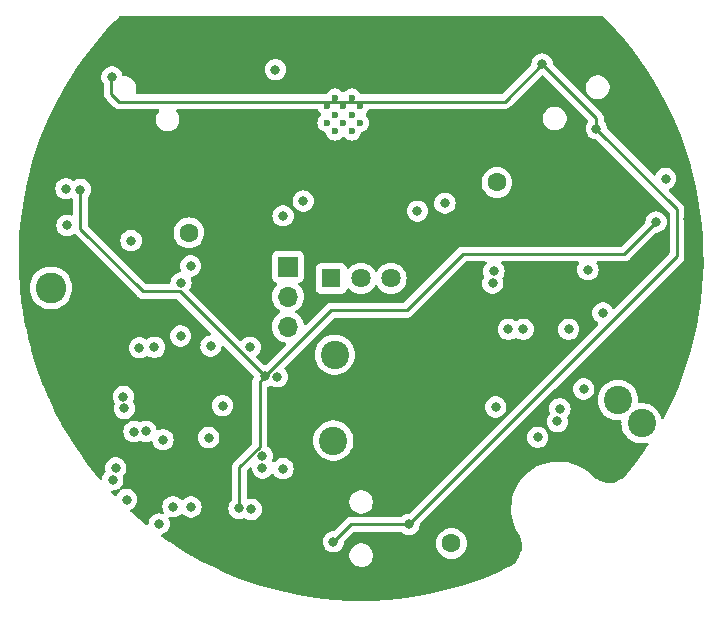
<source format=gbr>
%TF.GenerationSoftware,KiCad,Pcbnew,8.0.6*%
%TF.CreationDate,2024-11-01T20:33:52-04:00*%
%TF.ProjectId,FlexGlO,466c6578-476c-44f2-9e6b-696361645f70,rev?*%
%TF.SameCoordinates,Original*%
%TF.FileFunction,Copper,L2,Inr*%
%TF.FilePolarity,Positive*%
%FSLAX46Y46*%
G04 Gerber Fmt 4.6, Leading zero omitted, Abs format (unit mm)*
G04 Created by KiCad (PCBNEW 8.0.6) date 2024-11-01 20:33:52*
%MOMM*%
%LPD*%
G01*
G04 APERTURE LIST*
%TA.AperFunction,ComponentPad*%
%ADD10C,2.600000*%
%TD*%
%TA.AperFunction,ComponentPad*%
%ADD11R,1.700000X1.700000*%
%TD*%
%TA.AperFunction,ComponentPad*%
%ADD12O,1.700000X1.700000*%
%TD*%
%TA.AperFunction,ComponentPad*%
%ADD13R,1.635000X1.635000*%
%TD*%
%TA.AperFunction,ComponentPad*%
%ADD14C,1.635000*%
%TD*%
%TA.AperFunction,HeatsinkPad*%
%ADD15C,0.600000*%
%TD*%
%TA.AperFunction,ViaPad*%
%ADD16C,2.400000*%
%TD*%
%TA.AperFunction,ViaPad*%
%ADD17C,1.600000*%
%TD*%
%TA.AperFunction,ViaPad*%
%ADD18C,0.800000*%
%TD*%
%TA.AperFunction,Conductor*%
%ADD19C,0.250000*%
%TD*%
G04 APERTURE END LIST*
D10*
%TO.N,N/C*%
%TO.C,H1*%
X93750000Y-102500000D03*
%TD*%
D11*
%TO.N,BONE_REF*%
%TO.C,USB_RAW1*%
X113800000Y-100700000D03*
D12*
%TO.N,Net-(ESP1-IO20)*%
X113800000Y-103240000D03*
%TO.N,/ESP1/D+_G*%
X113800000Y-105780000D03*
%TD*%
D13*
%TO.N,Net-(LDO1-IN)*%
%TO.C,S1*%
X117460000Y-101700000D03*
D14*
%TO.N,/power_reference1/BAT_+3.7V*%
X120000000Y-101700000D03*
%TO.N,BONE_REF*%
X122540000Y-101700000D03*
%TD*%
D15*
%TO.N,BONE_REF*%
%TO.C,ESP1*%
X117100000Y-87120000D03*
X117100000Y-88520000D03*
X117800000Y-86420000D03*
X117800000Y-87820000D03*
X117800000Y-89220000D03*
X118500000Y-87120000D03*
X118500000Y-88520000D03*
X119200000Y-86420000D03*
X119200000Y-87820000D03*
X119200000Y-89220000D03*
X119900000Y-87120000D03*
X119900000Y-88520000D03*
%TD*%
D16*
%TO.N,Net-(LDO1-IN)*%
X117775000Y-108150000D03*
%TO.N,/power_reference1/BAT_+3.7V*%
X143750000Y-113950000D03*
D17*
%TO.N,+3.3V*%
X134550000Y-94500000D03*
D18*
X135050000Y-106025000D03*
D17*
X105525000Y-94625000D03*
D18*
X94175000Y-92850000D03*
X106025000Y-107375000D03*
X147656434Y-96686977D03*
X104575000Y-119600000D03*
D17*
X129675000Y-121275000D03*
X113225000Y-81375000D03*
D18*
X130225000Y-94600000D03*
X106000000Y-124525000D03*
D16*
X117625000Y-111300000D03*
D18*
%TO.N,AMP_OUT3*%
X110700000Y-121250000D03*
X113375000Y-117800000D03*
%TO.N,F_EKG1*%
X115100000Y-95150000D03*
X107100000Y-115175000D03*
X103225000Y-115350000D03*
%TO.N,Net-(C_K_L1-Pad2)*%
X99230001Y-117749022D03*
X111650000Y-117750000D03*
%TO.N,V_F_REF*%
X112900000Y-110025000D03*
X100150000Y-120425000D03*
X111650000Y-116749997D03*
X100782798Y-114665001D03*
X112750000Y-84025000D03*
X134950000Y-115150000D03*
X104750000Y-102075000D03*
%TO.N,Net-(C_M_H3-Pad2)*%
X131400000Y-112575000D03*
X136625000Y-113800000D03*
%TO.N,Net-(QUAD_AMP1-4IN-)*%
X99950000Y-112700000D03*
X101782667Y-114648648D03*
%TO.N,Net-(QUAD_AMP1-1IN-)*%
X110600000Y-107525000D03*
X102500000Y-107525000D03*
%TO.N,Net-(QUAD_AMP2-4IN-)*%
X131150000Y-102100000D03*
X138850000Y-111050000D03*
%TO.N,Net-(QUAD_AMP2-1IN+)*%
X136825000Y-112725000D03*
X131245715Y-101104591D03*
%TO.N,Net-(QUAD_AMP2-1IN-)*%
X137575000Y-106000000D03*
X132475000Y-106000000D03*
%TO.N,Net-(DUAL_AMP1-1IN-)*%
X104075000Y-121025000D03*
X102900000Y-122500000D03*
X105600000Y-121050000D03*
X98975000Y-118750000D03*
%TO.N,F_EMG1*%
X101225153Y-107575153D03*
X113400000Y-96400000D03*
X108275000Y-112475000D03*
%TO.N,F_EMG2*%
X139200000Y-100950000D03*
X127100000Y-95325000D03*
%TO.N,V_I_REF*%
X96225000Y-94175000D03*
X144975000Y-96925000D03*
X111850000Y-110000000D03*
X109675000Y-121175000D03*
%TO.N,AMP_OUT1*%
X105575000Y-100638000D03*
X100525000Y-98500000D03*
X95025000Y-94100000D03*
%TO.N,Net-(QUAD_AMP1-2IN+)*%
X107275000Y-107425000D03*
X99866954Y-111703452D03*
%TO.N,Net-(QUAD_AMP2-2IN+)*%
X140475000Y-104625000D03*
X133725000Y-106000000D03*
%TO.N,BONE_REF*%
X95100000Y-97208351D03*
D17*
X105425000Y-97825000D03*
D18*
X139925000Y-89025000D03*
X145775000Y-93250000D03*
X124775000Y-96000000D03*
X135325000Y-83550000D03*
D17*
X127650000Y-124125000D03*
D18*
X124050000Y-122525000D03*
D16*
X141750000Y-112000000D03*
D18*
X104725000Y-106575000D03*
D17*
X131500000Y-93575000D03*
D18*
X117650000Y-124000000D03*
X98900000Y-84625000D03*
D16*
X117650000Y-115425000D03*
%TD*%
D19*
%TO.N,V_I_REF*%
X101550000Y-102800000D02*
X96225000Y-97475000D01*
X123850000Y-104400000D02*
X117450000Y-104400000D01*
X109675000Y-117699692D02*
X109675000Y-121175000D01*
X128625000Y-99625000D02*
X123850000Y-104400000D01*
X111850000Y-110000000D02*
X111400000Y-110450000D01*
X104650000Y-102800000D02*
X101550000Y-102800000D01*
X142275000Y-99625000D02*
X128625000Y-99625000D01*
X111400000Y-110450000D02*
X111400000Y-115974692D01*
X96225000Y-97475000D02*
X96225000Y-94175000D01*
X111400000Y-115974692D02*
X109675000Y-117699692D01*
X117450000Y-104400000D02*
X111850000Y-110000000D01*
X111850000Y-110000000D02*
X104650000Y-102800000D01*
X144975000Y-96925000D02*
X142275000Y-99625000D01*
%TO.N,BONE_REF*%
X124050000Y-122525000D02*
X119125000Y-122525000D01*
X139925000Y-89025000D02*
X139925000Y-88150000D01*
X146750000Y-95850000D02*
X139925000Y-89025000D01*
X124050000Y-122525000D02*
X146750000Y-99825000D01*
X146750000Y-99825000D02*
X146750000Y-95850000D01*
X99515635Y-86720035D02*
X98854282Y-86058682D01*
X132154965Y-86720035D02*
X99515635Y-86720035D01*
X139925000Y-88150000D02*
X135325000Y-83550000D01*
X98854282Y-86058682D02*
X98854282Y-84670718D01*
X119125000Y-122525000D02*
X117650000Y-124000000D01*
X135325000Y-83550000D02*
X132154965Y-86720035D01*
X98854282Y-84670718D02*
X98900000Y-84625000D01*
%TD*%
%TA.AperFunction,Conductor*%
%TO.N,+3.3V*%
G36*
X140515341Y-79519685D02*
G01*
X140536386Y-79536723D01*
X140877174Y-79880663D01*
X140879964Y-79883572D01*
X141608967Y-80668786D01*
X141612034Y-80672215D01*
X142311223Y-81483721D01*
X142314161Y-81487262D01*
X142982765Y-82324147D01*
X142985569Y-82327794D01*
X143617347Y-83181715D01*
X143622654Y-83188887D01*
X143625322Y-83192636D01*
X144230044Y-84076802D01*
X144232570Y-84080647D01*
X144804062Y-84986615D01*
X144806444Y-84990551D01*
X145343934Y-85917093D01*
X145346169Y-85921115D01*
X145848929Y-86866983D01*
X145851012Y-86871085D01*
X146318332Y-87834942D01*
X146320262Y-87839118D01*
X146398820Y-88017737D01*
X146738581Y-88790264D01*
X146751497Y-88819630D01*
X146753265Y-88823862D01*
X147143650Y-89809148D01*
X147147844Y-89819732D01*
X147149459Y-89824040D01*
X147506814Y-90833843D01*
X147508268Y-90838208D01*
X147827917Y-91860572D01*
X147829208Y-91864988D01*
X148110706Y-92898488D01*
X148111833Y-92902949D01*
X148354804Y-93946211D01*
X148355764Y-93950710D01*
X148559861Y-95002242D01*
X148560654Y-95006774D01*
X148725605Y-96065172D01*
X148726229Y-96069730D01*
X148851805Y-97133526D01*
X148852259Y-97138105D01*
X148938279Y-98205780D01*
X148938564Y-98210372D01*
X148984921Y-99280548D01*
X148985035Y-99285147D01*
X148991659Y-100356302D01*
X148991602Y-100360903D01*
X148958485Y-101431569D01*
X148958257Y-101436164D01*
X148885446Y-102504847D01*
X148885048Y-102509430D01*
X148772644Y-103574660D01*
X148772077Y-103579226D01*
X148620226Y-104639601D01*
X148619489Y-104644143D01*
X148428415Y-105698107D01*
X148427511Y-105702618D01*
X148197457Y-106748826D01*
X148196385Y-106753300D01*
X147927695Y-107790190D01*
X147926459Y-107794621D01*
X147619478Y-108820863D01*
X147618078Y-108825246D01*
X147273238Y-109839398D01*
X147271676Y-109843726D01*
X146889454Y-110844378D01*
X146887733Y-110848644D01*
X146468656Y-111834419D01*
X146466778Y-111838619D01*
X146011414Y-112808182D01*
X146009381Y-112812310D01*
X145627829Y-113552079D01*
X145579604Y-113602637D01*
X145511701Y-113619096D01*
X145445678Y-113596232D01*
X145402498Y-113541303D01*
X145396733Y-113522830D01*
X145379510Y-113447371D01*
X145379509Y-113447369D01*
X145379508Y-113447363D01*
X145286393Y-113210112D01*
X145158959Y-112989388D01*
X145000050Y-112790123D01*
X144813217Y-112616768D01*
X144602634Y-112473195D01*
X144602630Y-112473193D01*
X144602627Y-112473191D01*
X144602626Y-112473190D01*
X144373006Y-112362612D01*
X144373008Y-112362612D01*
X144129466Y-112287489D01*
X144129462Y-112287488D01*
X144129458Y-112287487D01*
X144008231Y-112269214D01*
X143877440Y-112249500D01*
X143877435Y-112249500D01*
X143622565Y-112249500D01*
X143622555Y-112249500D01*
X143588198Y-112254679D01*
X143518974Y-112245206D01*
X143465860Y-112199810D01*
X143445721Y-112132906D01*
X143446064Y-112122817D01*
X143455268Y-112000000D01*
X143450980Y-111942785D01*
X143436222Y-111745845D01*
X143430982Y-111722888D01*
X143379508Y-111497363D01*
X143286393Y-111260112D01*
X143158959Y-111039388D01*
X143000050Y-110840123D01*
X142813217Y-110666768D01*
X142602634Y-110523195D01*
X142602630Y-110523193D01*
X142602627Y-110523191D01*
X142602626Y-110523190D01*
X142373006Y-110412612D01*
X142373008Y-110412612D01*
X142129466Y-110337489D01*
X142129462Y-110337488D01*
X142129458Y-110337487D01*
X142008231Y-110319214D01*
X141877440Y-110299500D01*
X141877435Y-110299500D01*
X141622565Y-110299500D01*
X141622559Y-110299500D01*
X141465609Y-110323157D01*
X141370542Y-110337487D01*
X141370539Y-110337488D01*
X141370533Y-110337489D01*
X141126992Y-110412612D01*
X140897373Y-110523190D01*
X140897372Y-110523191D01*
X140686782Y-110666768D01*
X140499952Y-110840121D01*
X140499950Y-110840123D01*
X140341041Y-111039388D01*
X140213608Y-111260109D01*
X140120492Y-111497362D01*
X140120490Y-111497369D01*
X140063777Y-111745845D01*
X140044732Y-111999995D01*
X140044732Y-112000004D01*
X140063777Y-112254154D01*
X140087187Y-112356722D01*
X140120492Y-112502637D01*
X140213607Y-112739888D01*
X140341041Y-112960612D01*
X140499950Y-113159877D01*
X140686783Y-113333232D01*
X140897366Y-113476805D01*
X140897371Y-113476807D01*
X140897372Y-113476808D01*
X140897373Y-113476809D01*
X140992938Y-113522830D01*
X141126992Y-113587387D01*
X141126993Y-113587387D01*
X141126996Y-113587389D01*
X141370542Y-113662513D01*
X141622565Y-113700500D01*
X141877434Y-113700500D01*
X141877435Y-113700500D01*
X141911798Y-113695320D01*
X141981020Y-113704792D01*
X142034135Y-113750185D01*
X142054277Y-113817088D01*
X142053933Y-113827200D01*
X142044732Y-113949994D01*
X142044732Y-113950004D01*
X142063777Y-114204154D01*
X142106389Y-114390851D01*
X142120492Y-114452637D01*
X142213607Y-114689888D01*
X142341041Y-114910612D01*
X142499950Y-115109877D01*
X142686783Y-115283232D01*
X142897366Y-115426805D01*
X142897371Y-115426807D01*
X142897372Y-115426808D01*
X142897373Y-115426809D01*
X143012102Y-115482059D01*
X143126992Y-115537387D01*
X143126993Y-115537387D01*
X143126996Y-115537389D01*
X143370542Y-115612513D01*
X143622565Y-115650500D01*
X143877435Y-115650500D01*
X144129458Y-115612513D01*
X144176968Y-115597857D01*
X144246830Y-115596906D01*
X144306117Y-115633877D01*
X144336005Y-115697031D01*
X144327004Y-115766319D01*
X144316728Y-115785079D01*
X143831398Y-116513863D01*
X143828777Y-116517645D01*
X143202376Y-117386575D01*
X143199617Y-117390256D01*
X142545012Y-118230727D01*
X142534203Y-118242871D01*
X142076266Y-118693976D01*
X142039093Y-118719178D01*
X141659289Y-118885921D01*
X141640173Y-118892513D01*
X141237266Y-118995582D01*
X141202187Y-118999374D01*
X140667885Y-118980627D01*
X140633021Y-118974340D01*
X140235864Y-118841954D01*
X140224353Y-118837468D01*
X139953981Y-118716267D01*
X139927964Y-118700517D01*
X139673463Y-118500001D01*
X139614321Y-118453404D01*
X139605998Y-118446227D01*
X139537576Y-118381715D01*
X139519498Y-118364670D01*
X139260001Y-118120000D01*
X139259996Y-118119997D01*
X139084345Y-117988259D01*
X138860000Y-117820000D01*
X138170000Y-117480000D01*
X138169998Y-117479999D01*
X137869994Y-117379998D01*
X137540000Y-117270000D01*
X137539997Y-117269999D01*
X137539995Y-117269999D01*
X137133997Y-117227999D01*
X136960000Y-117210000D01*
X136959998Y-117210000D01*
X136140005Y-117239999D01*
X136139993Y-117240001D01*
X135490006Y-117379998D01*
X135489996Y-117380001D01*
X134910002Y-117619998D01*
X134909997Y-117620000D01*
X134250004Y-118049996D01*
X133729998Y-118500001D01*
X133320002Y-119069996D01*
X132970001Y-119749997D01*
X132810000Y-120229997D01*
X132740001Y-120649990D01*
X132739999Y-120650008D01*
X132700000Y-121199994D01*
X132699999Y-121200009D01*
X132730000Y-121669996D01*
X132730001Y-121670007D01*
X132761771Y-121834151D01*
X132850000Y-122290000D01*
X132996845Y-122713259D01*
X133019999Y-122779997D01*
X133020003Y-122780006D01*
X133052058Y-122839366D01*
X133288565Y-123277344D01*
X133291300Y-123282719D01*
X133328807Y-123361142D01*
X133504748Y-123729020D01*
X133513015Y-123751789D01*
X133615137Y-124150993D01*
X133618756Y-124189581D01*
X133581115Y-124782425D01*
X133574034Y-124816569D01*
X133405116Y-125285786D01*
X133391620Y-125312568D01*
X133113410Y-125729884D01*
X133080013Y-125763605D01*
X132496370Y-126160906D01*
X132477914Y-126171283D01*
X131510369Y-126611175D01*
X131506146Y-126613001D01*
X130515259Y-127019854D01*
X130510972Y-127021522D01*
X129505688Y-127391333D01*
X129501341Y-127392842D01*
X128482969Y-127725124D01*
X128478569Y-127726469D01*
X127448648Y-128020722D01*
X127444202Y-128021904D01*
X126404031Y-128277759D01*
X126399544Y-128278775D01*
X125350582Y-128495869D01*
X125346060Y-128496717D01*
X124289826Y-128674738D01*
X124285276Y-128675419D01*
X123223108Y-128814143D01*
X123218535Y-128814654D01*
X122151975Y-128913877D01*
X122147387Y-128914218D01*
X121077889Y-128973805D01*
X121073292Y-128973976D01*
X120002301Y-128993849D01*
X119997699Y-128993849D01*
X118926707Y-128973976D01*
X118922110Y-128973805D01*
X117852612Y-128914218D01*
X117848024Y-128913877D01*
X116781464Y-128814654D01*
X116776891Y-128814143D01*
X115714723Y-128675419D01*
X115710173Y-128674738D01*
X114653939Y-128496717D01*
X114649417Y-128495869D01*
X113600455Y-128278775D01*
X113595968Y-128277759D01*
X112555797Y-128021904D01*
X112551351Y-128020722D01*
X111521430Y-127726469D01*
X111517030Y-127725124D01*
X110498658Y-127392842D01*
X110494311Y-127391333D01*
X109489027Y-127021522D01*
X109484740Y-127019854D01*
X108493853Y-126613001D01*
X108489630Y-126611175D01*
X107514518Y-126167842D01*
X107510366Y-126165861D01*
X106552342Y-125686645D01*
X106548266Y-125684510D01*
X105706319Y-125223543D01*
X118999498Y-125223543D01*
X119037946Y-125416829D01*
X119037949Y-125416839D01*
X119113363Y-125598907D01*
X119113370Y-125598920D01*
X119222859Y-125762781D01*
X119222862Y-125762785D01*
X119362213Y-125902136D01*
X119362217Y-125902139D01*
X119526078Y-126011628D01*
X119526091Y-126011635D01*
X119708159Y-126087049D01*
X119708164Y-126087051D01*
X119708168Y-126087051D01*
X119708169Y-126087052D01*
X119901455Y-126125500D01*
X119901458Y-126125500D01*
X120098542Y-126125500D01*
X120228581Y-126099632D01*
X120291834Y-126087051D01*
X120473913Y-126011632D01*
X120637781Y-125902139D01*
X120777138Y-125762782D01*
X120886631Y-125598914D01*
X120962050Y-125416835D01*
X120988118Y-125285786D01*
X121000499Y-125223543D01*
X121000499Y-125026456D01*
X120962051Y-124833170D01*
X120962050Y-124833169D01*
X120962050Y-124833165D01*
X120895662Y-124672888D01*
X120886634Y-124651092D01*
X120886627Y-124651079D01*
X120777138Y-124487218D01*
X120777135Y-124487214D01*
X120637784Y-124347863D01*
X120637780Y-124347860D01*
X120473919Y-124238371D01*
X120473906Y-124238364D01*
X120291838Y-124162950D01*
X120291828Y-124162947D01*
X120101046Y-124124998D01*
X126344532Y-124124998D01*
X126344532Y-124125001D01*
X126364364Y-124351686D01*
X126364366Y-124351697D01*
X126423258Y-124571488D01*
X126423261Y-124571497D01*
X126519431Y-124777732D01*
X126519432Y-124777734D01*
X126649954Y-124964141D01*
X126810858Y-125125045D01*
X126810861Y-125125047D01*
X126997266Y-125255568D01*
X127203504Y-125351739D01*
X127423308Y-125410635D01*
X127585230Y-125424801D01*
X127649998Y-125430468D01*
X127650000Y-125430468D01*
X127650002Y-125430468D01*
X127706673Y-125425509D01*
X127876692Y-125410635D01*
X128096496Y-125351739D01*
X128302734Y-125255568D01*
X128489139Y-125125047D01*
X128650047Y-124964139D01*
X128780568Y-124777734D01*
X128876739Y-124571496D01*
X128935635Y-124351692D01*
X128955468Y-124125000D01*
X128935635Y-123898308D01*
X128876739Y-123678504D01*
X128780568Y-123472266D01*
X128650047Y-123285861D01*
X128650045Y-123285858D01*
X128489141Y-123124954D01*
X128302734Y-122994432D01*
X128302732Y-122994431D01*
X128096497Y-122898261D01*
X128096488Y-122898258D01*
X127876697Y-122839366D01*
X127876693Y-122839365D01*
X127876692Y-122839365D01*
X127876691Y-122839364D01*
X127876686Y-122839364D01*
X127650002Y-122819532D01*
X127649998Y-122819532D01*
X127423313Y-122839364D01*
X127423302Y-122839366D01*
X127203511Y-122898258D01*
X127203502Y-122898261D01*
X126997267Y-122994431D01*
X126997265Y-122994432D01*
X126810858Y-123124954D01*
X126649954Y-123285858D01*
X126519432Y-123472265D01*
X126519431Y-123472267D01*
X126423261Y-123678502D01*
X126423258Y-123678511D01*
X126364366Y-123898302D01*
X126364364Y-123898313D01*
X126344532Y-124124998D01*
X120101046Y-124124998D01*
X120098542Y-124124500D01*
X120098540Y-124124500D01*
X119901458Y-124124500D01*
X119901456Y-124124500D01*
X119708169Y-124162947D01*
X119708159Y-124162950D01*
X119526091Y-124238364D01*
X119526078Y-124238371D01*
X119362217Y-124347860D01*
X119362213Y-124347863D01*
X119222862Y-124487214D01*
X119222859Y-124487218D01*
X119113370Y-124651079D01*
X119113363Y-124651092D01*
X119037949Y-124833160D01*
X119037946Y-124833170D01*
X118999499Y-125026456D01*
X118999499Y-125026459D01*
X118999499Y-125223541D01*
X118999499Y-125223543D01*
X118999498Y-125223543D01*
X105706319Y-125223543D01*
X105608717Y-125170106D01*
X105604723Y-125167822D01*
X104684908Y-124618919D01*
X104681002Y-124616489D01*
X103782136Y-124033812D01*
X103778322Y-124031238D01*
X103762813Y-124020347D01*
X103139707Y-123582766D01*
X103096157Y-123528129D01*
X103089060Y-123458621D01*
X103120668Y-123396310D01*
X103174204Y-123364930D01*
X103173626Y-123363151D01*
X103179796Y-123361145D01*
X103179803Y-123361144D01*
X103352730Y-123284151D01*
X103505871Y-123172888D01*
X103632533Y-123032216D01*
X103727179Y-122868284D01*
X103785674Y-122688256D01*
X103805460Y-122500000D01*
X103785674Y-122311744D01*
X103727179Y-122131716D01*
X103695302Y-122076504D01*
X103678830Y-122008606D01*
X103701682Y-121942579D01*
X103756604Y-121899388D01*
X103826157Y-121892747D01*
X103828415Y-121893204D01*
X103980354Y-121925500D01*
X103980355Y-121925500D01*
X104169644Y-121925500D01*
X104169646Y-121925500D01*
X104354803Y-121886144D01*
X104527730Y-121809151D01*
X104680871Y-121697888D01*
X104734097Y-121638774D01*
X104793579Y-121602128D01*
X104863436Y-121603457D01*
X104918394Y-121638776D01*
X104994129Y-121722888D01*
X105147265Y-121834148D01*
X105147270Y-121834151D01*
X105320192Y-121911142D01*
X105320197Y-121911144D01*
X105505354Y-121950500D01*
X105505355Y-121950500D01*
X105694644Y-121950500D01*
X105694646Y-121950500D01*
X105879803Y-121911144D01*
X106052730Y-121834151D01*
X106205871Y-121722888D01*
X106332533Y-121582216D01*
X106427179Y-121418284D01*
X106485674Y-121238256D01*
X106505460Y-121050000D01*
X106485674Y-120861744D01*
X106427179Y-120681716D01*
X106332533Y-120517784D01*
X106205871Y-120377112D01*
X106205870Y-120377111D01*
X106052734Y-120265851D01*
X106052729Y-120265848D01*
X105879807Y-120188857D01*
X105879802Y-120188855D01*
X105734001Y-120157865D01*
X105694646Y-120149500D01*
X105505354Y-120149500D01*
X105472897Y-120156398D01*
X105320197Y-120188855D01*
X105320192Y-120188857D01*
X105147270Y-120265848D01*
X105147265Y-120265851D01*
X104994129Y-120377111D01*
X104940905Y-120436223D01*
X104881418Y-120472872D01*
X104811561Y-120471541D01*
X104756605Y-120436223D01*
X104713955Y-120388856D01*
X104680871Y-120352112D01*
X104657328Y-120335007D01*
X104527734Y-120240851D01*
X104527729Y-120240848D01*
X104354807Y-120163857D01*
X104354802Y-120163855D01*
X104198043Y-120130536D01*
X104169646Y-120124500D01*
X103980354Y-120124500D01*
X103951957Y-120130536D01*
X103795197Y-120163855D01*
X103795192Y-120163857D01*
X103622270Y-120240848D01*
X103622265Y-120240851D01*
X103469129Y-120352111D01*
X103342466Y-120492785D01*
X103247821Y-120656715D01*
X103247818Y-120656722D01*
X103189327Y-120836740D01*
X103189326Y-120836744D01*
X103169540Y-121025000D01*
X103189326Y-121213256D01*
X103189327Y-121213259D01*
X103247818Y-121393277D01*
X103247821Y-121393284D01*
X103279696Y-121448493D01*
X103296169Y-121516394D01*
X103273316Y-121582420D01*
X103218395Y-121625611D01*
X103148841Y-121632252D01*
X103146528Y-121631783D01*
X103013262Y-121603457D01*
X102994646Y-121599500D01*
X102805354Y-121599500D01*
X102786738Y-121603457D01*
X102620197Y-121638855D01*
X102620192Y-121638857D01*
X102447270Y-121715848D01*
X102447265Y-121715851D01*
X102294129Y-121827111D01*
X102167466Y-121967785D01*
X102072821Y-122131715D01*
X102072818Y-122131722D01*
X102021391Y-122290000D01*
X102014326Y-122311744D01*
X101999983Y-122448205D01*
X101996889Y-122477649D01*
X101970304Y-122542263D01*
X101913007Y-122582248D01*
X101843188Y-122584908D01*
X101794977Y-122560601D01*
X101212697Y-122083489D01*
X101209193Y-122080508D01*
X100494719Y-121449357D01*
X100457508Y-121390220D01*
X100458176Y-121320354D01*
X100496511Y-121261939D01*
X100526373Y-121243147D01*
X100602730Y-121209151D01*
X100755871Y-121097888D01*
X100882533Y-120957216D01*
X100977179Y-120793284D01*
X101035674Y-120613256D01*
X101055460Y-120425000D01*
X101035674Y-120236744D01*
X100977179Y-120056716D01*
X100882533Y-119892784D01*
X100755871Y-119752112D01*
X100755870Y-119752111D01*
X100602734Y-119640851D01*
X100602729Y-119640848D01*
X100429807Y-119563857D01*
X100429802Y-119563855D01*
X100284001Y-119532865D01*
X100244646Y-119524500D01*
X100055354Y-119524500D01*
X100022897Y-119531398D01*
X99870197Y-119563855D01*
X99870192Y-119563857D01*
X99699634Y-119639796D01*
X99630384Y-119649081D01*
X99594935Y-119632483D01*
X99594441Y-119684546D01*
X99556109Y-119742963D01*
X99548693Y-119748795D01*
X99544132Y-119752108D01*
X99544129Y-119752111D01*
X99417466Y-119892785D01*
X99322821Y-120056715D01*
X99322815Y-120056730D01*
X99322533Y-120057598D01*
X99322233Y-120058035D01*
X99320175Y-120062659D01*
X99319329Y-120062282D01*
X99283089Y-120115268D01*
X99218727Y-120142458D01*
X99149882Y-120130536D01*
X99115848Y-120105855D01*
X98877064Y-119861090D01*
X98844340Y-119799357D01*
X98850186Y-119729733D01*
X98892746Y-119674321D01*
X98958507Y-119650716D01*
X98965823Y-119650500D01*
X99069644Y-119650500D01*
X99069646Y-119650500D01*
X99254803Y-119611144D01*
X99425368Y-119535202D01*
X99494614Y-119525917D01*
X99530063Y-119542515D01*
X99530559Y-119490452D01*
X99568891Y-119432036D01*
X99576302Y-119426207D01*
X99580871Y-119422888D01*
X99707533Y-119282216D01*
X99802179Y-119118284D01*
X99860674Y-118938256D01*
X99880460Y-118750000D01*
X99860674Y-118561744D01*
X99842832Y-118506835D01*
X99840838Y-118436995D01*
X99868614Y-118385546D01*
X99962534Y-118281238D01*
X100057180Y-118117306D01*
X100115675Y-117937278D01*
X100135461Y-117749022D01*
X100115675Y-117560766D01*
X100057180Y-117380738D01*
X99962534Y-117216806D01*
X99835872Y-117076134D01*
X99835871Y-117076133D01*
X99682735Y-116964873D01*
X99682730Y-116964870D01*
X99509808Y-116887879D01*
X99509803Y-116887877D01*
X99364002Y-116856887D01*
X99324647Y-116848522D01*
X99135355Y-116848522D01*
X99102898Y-116855420D01*
X98950198Y-116887877D01*
X98950193Y-116887879D01*
X98777271Y-116964870D01*
X98777266Y-116964873D01*
X98624130Y-117076133D01*
X98497467Y-117216807D01*
X98402822Y-117380737D01*
X98402819Y-117380744D01*
X98344328Y-117560762D01*
X98344327Y-117560766D01*
X98330488Y-117692442D01*
X98324541Y-117749022D01*
X98344327Y-117937278D01*
X98344329Y-117937284D01*
X98362167Y-117992186D01*
X98364162Y-118062027D01*
X98336387Y-118113475D01*
X98332057Y-118118284D01*
X98242467Y-118217784D01*
X98242465Y-118217785D01*
X98242464Y-118217788D01*
X98147821Y-118381715D01*
X98147818Y-118381722D01*
X98089327Y-118561740D01*
X98089326Y-118561744D01*
X98084134Y-118611144D01*
X98080188Y-118648690D01*
X98053603Y-118713305D01*
X97996306Y-118753289D01*
X97926486Y-118755949D01*
X97866313Y-118720439D01*
X97861932Y-118715499D01*
X97860088Y-118713305D01*
X97461471Y-118238913D01*
X97458578Y-118235338D01*
X96800382Y-117390256D01*
X96797623Y-117386575D01*
X96171222Y-116517645D01*
X96168601Y-116513863D01*
X95936204Y-116164890D01*
X95574847Y-115622268D01*
X95572401Y-115618441D01*
X95058947Y-114781722D01*
X95012145Y-114705454D01*
X95009812Y-114701489D01*
X94989244Y-114665001D01*
X99877338Y-114665001D01*
X99897124Y-114853257D01*
X99897125Y-114853260D01*
X99955616Y-115033278D01*
X99955619Y-115033285D01*
X100050265Y-115197217D01*
X100176927Y-115337889D01*
X100330063Y-115449149D01*
X100330068Y-115449152D01*
X100502990Y-115526143D01*
X100502995Y-115526145D01*
X100688152Y-115565501D01*
X100688153Y-115565501D01*
X100877442Y-115565501D01*
X100877444Y-115565501D01*
X101062601Y-115526145D01*
X101235528Y-115449152D01*
X101235534Y-115449146D01*
X101237896Y-115447784D01*
X101239446Y-115447407D01*
X101241465Y-115446509D01*
X101241629Y-115446877D01*
X101305795Y-115431304D01*
X101350344Y-115441885D01*
X101502859Y-115509790D01*
X101502864Y-115509792D01*
X101688021Y-115549148D01*
X101688022Y-115549148D01*
X101877311Y-115549148D01*
X101877313Y-115549148D01*
X102062470Y-115509792D01*
X102170447Y-115461716D01*
X102239695Y-115452431D01*
X102302972Y-115482059D01*
X102338813Y-115536678D01*
X102397818Y-115718277D01*
X102397821Y-115718284D01*
X102492467Y-115882216D01*
X102536807Y-115931460D01*
X102619129Y-116022888D01*
X102772265Y-116134148D01*
X102772270Y-116134151D01*
X102945192Y-116211142D01*
X102945197Y-116211144D01*
X103130354Y-116250500D01*
X103130355Y-116250500D01*
X103319644Y-116250500D01*
X103319646Y-116250500D01*
X103504803Y-116211144D01*
X103677730Y-116134151D01*
X103830871Y-116022888D01*
X103957533Y-115882216D01*
X104052179Y-115718284D01*
X104110674Y-115538256D01*
X104130460Y-115350000D01*
X104112067Y-115175000D01*
X106194540Y-115175000D01*
X106214326Y-115363256D01*
X106214327Y-115363259D01*
X106272818Y-115543277D01*
X106272821Y-115543284D01*
X106367467Y-115707216D01*
X106471619Y-115822888D01*
X106494129Y-115847888D01*
X106647265Y-115959148D01*
X106647270Y-115959151D01*
X106820192Y-116036142D01*
X106820197Y-116036144D01*
X107005354Y-116075500D01*
X107005355Y-116075500D01*
X107194644Y-116075500D01*
X107194646Y-116075500D01*
X107379803Y-116036144D01*
X107552730Y-115959151D01*
X107705871Y-115847888D01*
X107832533Y-115707216D01*
X107927179Y-115543284D01*
X107985674Y-115363256D01*
X108005460Y-115175000D01*
X107985674Y-114986744D01*
X107927179Y-114806716D01*
X107832533Y-114642784D01*
X107705871Y-114502112D01*
X107687626Y-114488856D01*
X107552734Y-114390851D01*
X107552729Y-114390848D01*
X107379807Y-114313857D01*
X107379802Y-114313855D01*
X107234001Y-114282865D01*
X107194646Y-114274500D01*
X107005354Y-114274500D01*
X106977771Y-114280363D01*
X106820197Y-114313855D01*
X106820192Y-114313857D01*
X106647270Y-114390848D01*
X106647265Y-114390851D01*
X106494129Y-114502111D01*
X106367466Y-114642785D01*
X106272821Y-114806715D01*
X106272818Y-114806722D01*
X106214327Y-114986740D01*
X106214326Y-114986744D01*
X106194540Y-115175000D01*
X104112067Y-115175000D01*
X104110674Y-115161744D01*
X104052179Y-114981716D01*
X103957533Y-114817784D01*
X103830871Y-114677112D01*
X103808893Y-114661144D01*
X103677734Y-114565851D01*
X103677729Y-114565848D01*
X103504807Y-114488857D01*
X103504802Y-114488855D01*
X103359001Y-114457865D01*
X103319646Y-114449500D01*
X103130354Y-114449500D01*
X103080375Y-114460123D01*
X102945199Y-114488855D01*
X102837220Y-114536931D01*
X102767970Y-114546215D01*
X102704693Y-114516587D01*
X102668853Y-114461969D01*
X102609848Y-114280369D01*
X102609845Y-114280363D01*
X102606460Y-114274500D01*
X102515200Y-114116432D01*
X102388538Y-113975760D01*
X102353088Y-113950004D01*
X102235401Y-113864499D01*
X102235396Y-113864496D01*
X102062474Y-113787505D01*
X102062469Y-113787503D01*
X101886896Y-113750185D01*
X101877313Y-113748148D01*
X101688021Y-113748148D01*
X101678438Y-113750185D01*
X101502864Y-113787503D01*
X101502859Y-113787505D01*
X101329935Y-113864497D01*
X101327546Y-113865877D01*
X101325990Y-113866254D01*
X101324001Y-113867140D01*
X101323838Y-113866775D01*
X101259644Y-113882343D01*
X101215120Y-113871763D01*
X101062605Y-113803858D01*
X101062600Y-113803856D01*
X100916799Y-113772866D01*
X100877444Y-113764501D01*
X100688152Y-113764501D01*
X100655695Y-113771399D01*
X100502995Y-113803856D01*
X100502990Y-113803858D01*
X100330068Y-113880849D01*
X100330063Y-113880852D01*
X100176927Y-113992112D01*
X100050264Y-114132786D01*
X99955619Y-114296716D01*
X99955616Y-114296723D01*
X99905976Y-114449500D01*
X99897124Y-114476745D01*
X99877338Y-114665001D01*
X94989244Y-114665001D01*
X94709250Y-114168284D01*
X94483816Y-113768356D01*
X94481640Y-113764324D01*
X94448721Y-113700500D01*
X94122642Y-113068284D01*
X93990618Y-112812310D01*
X93988585Y-112808182D01*
X93533221Y-111838619D01*
X93531343Y-111834419D01*
X93493688Y-111745845D01*
X93475666Y-111703452D01*
X98961494Y-111703452D01*
X98981280Y-111891708D01*
X98981281Y-111891711D01*
X99039772Y-112071729D01*
X99039775Y-112071736D01*
X99120551Y-112211645D01*
X99137024Y-112279546D01*
X99123690Y-112324988D01*
X99125464Y-112325778D01*
X99122821Y-112331713D01*
X99067287Y-112502630D01*
X99064326Y-112511744D01*
X99044540Y-112700000D01*
X99064326Y-112888256D01*
X99064327Y-112888259D01*
X99122818Y-113068277D01*
X99122821Y-113068284D01*
X99217467Y-113232216D01*
X99311153Y-113336264D01*
X99344129Y-113372888D01*
X99497265Y-113484148D01*
X99497270Y-113484151D01*
X99670192Y-113561142D01*
X99670197Y-113561144D01*
X99855354Y-113600500D01*
X99855355Y-113600500D01*
X100044644Y-113600500D01*
X100044646Y-113600500D01*
X100229803Y-113561144D01*
X100402730Y-113484151D01*
X100555871Y-113372888D01*
X100682533Y-113232216D01*
X100777179Y-113068284D01*
X100835674Y-112888256D01*
X100855460Y-112700000D01*
X100835674Y-112511744D01*
X100823735Y-112475000D01*
X107369540Y-112475000D01*
X107389326Y-112663256D01*
X107389327Y-112663259D01*
X107447818Y-112843277D01*
X107447821Y-112843284D01*
X107542467Y-113007216D01*
X107659581Y-113137284D01*
X107669129Y-113147888D01*
X107822265Y-113259148D01*
X107822270Y-113259151D01*
X107995192Y-113336142D01*
X107995197Y-113336144D01*
X108180354Y-113375500D01*
X108180355Y-113375500D01*
X108369644Y-113375500D01*
X108369646Y-113375500D01*
X108554803Y-113336144D01*
X108727730Y-113259151D01*
X108880871Y-113147888D01*
X109007533Y-113007216D01*
X109102179Y-112843284D01*
X109160674Y-112663256D01*
X109180460Y-112475000D01*
X109160674Y-112286744D01*
X109102179Y-112106716D01*
X109007533Y-111942784D01*
X108880871Y-111802112D01*
X108865369Y-111790849D01*
X108727734Y-111690851D01*
X108727729Y-111690848D01*
X108554807Y-111613857D01*
X108554802Y-111613855D01*
X108405938Y-111582214D01*
X108369646Y-111574500D01*
X108180354Y-111574500D01*
X108147897Y-111581398D01*
X107995197Y-111613855D01*
X107995192Y-111613857D01*
X107822270Y-111690848D01*
X107822265Y-111690851D01*
X107669129Y-111802111D01*
X107542466Y-111942785D01*
X107447821Y-112106715D01*
X107447818Y-112106722D01*
X107389327Y-112286740D01*
X107389326Y-112286744D01*
X107369540Y-112475000D01*
X100823735Y-112475000D01*
X100777179Y-112331716D01*
X100751645Y-112287489D01*
X100696402Y-112191804D01*
X100679929Y-112123904D01*
X100693279Y-112078467D01*
X100691491Y-112077671D01*
X100694132Y-112071738D01*
X100700509Y-112052112D01*
X100752628Y-111891708D01*
X100772414Y-111703452D01*
X100752628Y-111515196D01*
X100694133Y-111335168D01*
X100599487Y-111171236D01*
X100472825Y-111030564D01*
X100472824Y-111030563D01*
X100319688Y-110919303D01*
X100319683Y-110919300D01*
X100146761Y-110842309D01*
X100146756Y-110842307D01*
X99990750Y-110809148D01*
X99961600Y-110802952D01*
X99772308Y-110802952D01*
X99743158Y-110809148D01*
X99587151Y-110842307D01*
X99587146Y-110842309D01*
X99414224Y-110919300D01*
X99414219Y-110919303D01*
X99261083Y-111030563D01*
X99134420Y-111171237D01*
X99039775Y-111335167D01*
X99039772Y-111335174D01*
X98987074Y-111497363D01*
X98981280Y-111515196D01*
X98961494Y-111703452D01*
X93475666Y-111703452D01*
X93112261Y-110848631D01*
X93110545Y-110844378D01*
X93108919Y-110840121D01*
X92728309Y-109843689D01*
X92726774Y-109839435D01*
X92381921Y-108825246D01*
X92380521Y-108820863D01*
X92240949Y-108354271D01*
X92073535Y-107794606D01*
X92072304Y-107790190D01*
X92016581Y-107575153D01*
X100319693Y-107575153D01*
X100339479Y-107763409D01*
X100339480Y-107763412D01*
X100397971Y-107943430D01*
X100397974Y-107943437D01*
X100492620Y-108107369D01*
X100601819Y-108228646D01*
X100619282Y-108248041D01*
X100772418Y-108359301D01*
X100772423Y-108359304D01*
X100945345Y-108436295D01*
X100945350Y-108436297D01*
X101130507Y-108475653D01*
X101130508Y-108475653D01*
X101319797Y-108475653D01*
X101319799Y-108475653D01*
X101504956Y-108436297D01*
X101677883Y-108359304D01*
X101824208Y-108252992D01*
X101890012Y-108229514D01*
X101958066Y-108245339D01*
X101969970Y-108252989D01*
X102047266Y-108309148D01*
X102047270Y-108309151D01*
X102220192Y-108386142D01*
X102220197Y-108386144D01*
X102405354Y-108425500D01*
X102405355Y-108425500D01*
X102594644Y-108425500D01*
X102594646Y-108425500D01*
X102779803Y-108386144D01*
X102952730Y-108309151D01*
X103105871Y-108197888D01*
X103232533Y-108057216D01*
X103327179Y-107893284D01*
X103385674Y-107713256D01*
X103405460Y-107525000D01*
X103385674Y-107336744D01*
X103327179Y-107156716D01*
X103232533Y-106992784D01*
X103105871Y-106852112D01*
X103105870Y-106852111D01*
X102952734Y-106740851D01*
X102952729Y-106740848D01*
X102779807Y-106663857D01*
X102779802Y-106663855D01*
X102634001Y-106632865D01*
X102594646Y-106624500D01*
X102405354Y-106624500D01*
X102372897Y-106631398D01*
X102220197Y-106663855D01*
X102220192Y-106663857D01*
X102047270Y-106740848D01*
X102047265Y-106740851D01*
X101900946Y-106847158D01*
X101835139Y-106870638D01*
X101767086Y-106854812D01*
X101755176Y-106847158D01*
X101677887Y-106791004D01*
X101677882Y-106791001D01*
X101504960Y-106714010D01*
X101504955Y-106714008D01*
X101359154Y-106683018D01*
X101319799Y-106674653D01*
X101130507Y-106674653D01*
X101098050Y-106681551D01*
X100945350Y-106714008D01*
X100945345Y-106714010D01*
X100772423Y-106791001D01*
X100772418Y-106791004D01*
X100619282Y-106902264D01*
X100492619Y-107042938D01*
X100397974Y-107206868D01*
X100397971Y-107206875D01*
X100348495Y-107359148D01*
X100339479Y-107386897D01*
X100319693Y-107575153D01*
X92016581Y-107575153D01*
X91803610Y-106753286D01*
X91802542Y-106748826D01*
X91800788Y-106740851D01*
X91764319Y-106575000D01*
X103819540Y-106575000D01*
X103839326Y-106763256D01*
X103839327Y-106763259D01*
X103897818Y-106943277D01*
X103897821Y-106943284D01*
X103992467Y-107107216D01*
X104082195Y-107206869D01*
X104119129Y-107247888D01*
X104272265Y-107359148D01*
X104272270Y-107359151D01*
X104445192Y-107436142D01*
X104445197Y-107436144D01*
X104630354Y-107475500D01*
X104630355Y-107475500D01*
X104819644Y-107475500D01*
X104819646Y-107475500D01*
X105004803Y-107436144D01*
X105177730Y-107359151D01*
X105330871Y-107247888D01*
X105457533Y-107107216D01*
X105552179Y-106943284D01*
X105610674Y-106763256D01*
X105630460Y-106575000D01*
X105610674Y-106386744D01*
X105552179Y-106206716D01*
X105457533Y-106042784D01*
X105330871Y-105902112D01*
X105330870Y-105902111D01*
X105177734Y-105790851D01*
X105177729Y-105790848D01*
X105004807Y-105713857D01*
X105004802Y-105713855D01*
X104859001Y-105682865D01*
X104819646Y-105674500D01*
X104630354Y-105674500D01*
X104597897Y-105681398D01*
X104445197Y-105713855D01*
X104445192Y-105713857D01*
X104272270Y-105790848D01*
X104272265Y-105790851D01*
X104119129Y-105902111D01*
X103992466Y-106042785D01*
X103897821Y-106206715D01*
X103897818Y-106206722D01*
X103839327Y-106386740D01*
X103839326Y-106386744D01*
X103819540Y-106575000D01*
X91764319Y-106575000D01*
X91589504Y-105780000D01*
X91572488Y-105702618D01*
X91571584Y-105698107D01*
X91380510Y-104644143D01*
X91379773Y-104639601D01*
X91349062Y-104425145D01*
X91227917Y-103579192D01*
X91227359Y-103574695D01*
X91114951Y-102509430D01*
X91114553Y-102504847D01*
X91114222Y-102499995D01*
X91944451Y-102499995D01*
X91944451Y-102500004D01*
X91964616Y-102769101D01*
X92024664Y-103032188D01*
X92024666Y-103032195D01*
X92123256Y-103283396D01*
X92123258Y-103283400D01*
X92124677Y-103285858D01*
X92258185Y-103517102D01*
X92394080Y-103687509D01*
X92426442Y-103728089D01*
X92560577Y-103852547D01*
X92624259Y-103911635D01*
X92847226Y-104063651D01*
X93090359Y-104180738D01*
X93348228Y-104260280D01*
X93348229Y-104260280D01*
X93348232Y-104260281D01*
X93615063Y-104300499D01*
X93615068Y-104300499D01*
X93615071Y-104300500D01*
X93615072Y-104300500D01*
X93884928Y-104300500D01*
X93884929Y-104300500D01*
X93884936Y-104300499D01*
X94151767Y-104260281D01*
X94151768Y-104260280D01*
X94151772Y-104260280D01*
X94409641Y-104180738D01*
X94652775Y-104063651D01*
X94875741Y-103911635D01*
X95073561Y-103728085D01*
X95241815Y-103517102D01*
X95376743Y-103283398D01*
X95475334Y-103032195D01*
X95535383Y-102769103D01*
X95546183Y-102624983D01*
X95555549Y-102500004D01*
X95555549Y-102499995D01*
X95535383Y-102230898D01*
X95528674Y-102201505D01*
X95475334Y-101967805D01*
X95376743Y-101716602D01*
X95241815Y-101482898D01*
X95073561Y-101271915D01*
X95073560Y-101271914D01*
X95073557Y-101271910D01*
X94875741Y-101088365D01*
X94850789Y-101071353D01*
X94652775Y-100936349D01*
X94652769Y-100936346D01*
X94652768Y-100936345D01*
X94652767Y-100936344D01*
X94409643Y-100819263D01*
X94409645Y-100819263D01*
X94151773Y-100739720D01*
X94151767Y-100739718D01*
X93884936Y-100699500D01*
X93884929Y-100699500D01*
X93615071Y-100699500D01*
X93615063Y-100699500D01*
X93348232Y-100739718D01*
X93348226Y-100739720D01*
X93090358Y-100819262D01*
X92847230Y-100936346D01*
X92624258Y-101088365D01*
X92426442Y-101271910D01*
X92258185Y-101482898D01*
X92123258Y-101716599D01*
X92123256Y-101716603D01*
X92024666Y-101967804D01*
X92024664Y-101967811D01*
X91964616Y-102230898D01*
X91944451Y-102499995D01*
X91114222Y-102499995D01*
X91090705Y-102154815D01*
X91041741Y-101436150D01*
X91041514Y-101431569D01*
X91037223Y-101292850D01*
X91008396Y-100360892D01*
X91008340Y-100356302D01*
X91008546Y-100322989D01*
X91014965Y-99285103D01*
X91015076Y-99280593D01*
X91061435Y-98210359D01*
X91061720Y-98205780D01*
X91067687Y-98131722D01*
X91147745Y-97138048D01*
X91148188Y-97133583D01*
X91273772Y-96069709D01*
X91274394Y-96065172D01*
X91274599Y-96063857D01*
X91439354Y-95006721D01*
X91440128Y-95002294D01*
X91615259Y-94100000D01*
X94119540Y-94100000D01*
X94139326Y-94288256D01*
X94139327Y-94288259D01*
X94197818Y-94468277D01*
X94197821Y-94468284D01*
X94292467Y-94632216D01*
X94419129Y-94772888D01*
X94572265Y-94884148D01*
X94572270Y-94884151D01*
X94745192Y-94961142D01*
X94745197Y-94961144D01*
X94930354Y-95000500D01*
X94930355Y-95000500D01*
X95119644Y-95000500D01*
X95119646Y-95000500D01*
X95304803Y-94961144D01*
X95379373Y-94927943D01*
X95425064Y-94907600D01*
X95494314Y-94898315D01*
X95557591Y-94927943D01*
X95594804Y-94987078D01*
X95599500Y-95020879D01*
X95599500Y-96254079D01*
X95579815Y-96321118D01*
X95527011Y-96366873D01*
X95457853Y-96376817D01*
X95425064Y-96367358D01*
X95379807Y-96347208D01*
X95379802Y-96347206D01*
X95234001Y-96316216D01*
X95194646Y-96307851D01*
X95005354Y-96307851D01*
X94972897Y-96314749D01*
X94820197Y-96347206D01*
X94820192Y-96347208D01*
X94647270Y-96424199D01*
X94647265Y-96424202D01*
X94494129Y-96535462D01*
X94367466Y-96676136D01*
X94272821Y-96840066D01*
X94272818Y-96840073D01*
X94230842Y-96969263D01*
X94214326Y-97020095D01*
X94194540Y-97208351D01*
X94214326Y-97396607D01*
X94214327Y-97396610D01*
X94272818Y-97576628D01*
X94272821Y-97576635D01*
X94367467Y-97740567D01*
X94445392Y-97827111D01*
X94494129Y-97881239D01*
X94647265Y-97992499D01*
X94647270Y-97992502D01*
X94820192Y-98069493D01*
X94820197Y-98069495D01*
X95005354Y-98108851D01*
X95005355Y-98108851D01*
X95194644Y-98108851D01*
X95194646Y-98108851D01*
X95379803Y-98069495D01*
X95552730Y-97992502D01*
X95643809Y-97926329D01*
X95709613Y-97902849D01*
X95777667Y-97918674D01*
X95804374Y-97938966D01*
X95830586Y-97965178D01*
X95830608Y-97965198D01*
X101061016Y-103195606D01*
X101061045Y-103195637D01*
X101151263Y-103285855D01*
X101151267Y-103285858D01*
X101253707Y-103354307D01*
X101253713Y-103354310D01*
X101253714Y-103354311D01*
X101367548Y-103401463D01*
X101427971Y-103413481D01*
X101488393Y-103425500D01*
X101488394Y-103425500D01*
X104339548Y-103425500D01*
X104406587Y-103445185D01*
X104427229Y-103461819D01*
X107278229Y-106312819D01*
X107311714Y-106374142D01*
X107306730Y-106443834D01*
X107264858Y-106499767D01*
X107199394Y-106524184D01*
X107190548Y-106524500D01*
X107180354Y-106524500D01*
X107147897Y-106531398D01*
X106995197Y-106563855D01*
X106995192Y-106563857D01*
X106822270Y-106640848D01*
X106822265Y-106640851D01*
X106669129Y-106752111D01*
X106542466Y-106892785D01*
X106447821Y-107056715D01*
X106447818Y-107056722D01*
X106402272Y-107196900D01*
X106389326Y-107236744D01*
X106369540Y-107425000D01*
X106389326Y-107613256D01*
X106389327Y-107613259D01*
X106447818Y-107793277D01*
X106447821Y-107793284D01*
X106542467Y-107957216D01*
X106632506Y-108057214D01*
X106669129Y-108097888D01*
X106822265Y-108209148D01*
X106822270Y-108209151D01*
X106995192Y-108286142D01*
X106995197Y-108286144D01*
X107180354Y-108325500D01*
X107180355Y-108325500D01*
X107369644Y-108325500D01*
X107369646Y-108325500D01*
X107554803Y-108286144D01*
X107727730Y-108209151D01*
X107880871Y-108097888D01*
X108007533Y-107957216D01*
X108102179Y-107793284D01*
X108160674Y-107613256D01*
X108173253Y-107493564D01*
X108199837Y-107428951D01*
X108257135Y-107388966D01*
X108326954Y-107386306D01*
X108384255Y-107418846D01*
X110883253Y-109917844D01*
X110916738Y-109979167D01*
X110911754Y-110048859D01*
X110898673Y-110074417D01*
X110879914Y-110102491D01*
X110845692Y-110153705D01*
X110845684Y-110153719D01*
X110812347Y-110234207D01*
X110806823Y-110247543D01*
X110798537Y-110267545D01*
X110798535Y-110267553D01*
X110774500Y-110388389D01*
X110774500Y-115664239D01*
X110754815Y-115731278D01*
X110738181Y-115751920D01*
X109276269Y-117213832D01*
X109276267Y-117213834D01*
X109250102Y-117239999D01*
X109189140Y-117300960D01*
X109169251Y-117330728D01*
X109169249Y-117330731D01*
X109129475Y-117390256D01*
X109120686Y-117403409D01*
X109120685Y-117403411D01*
X109073540Y-117517230D01*
X109073535Y-117517246D01*
X109054739Y-117611745D01*
X109054739Y-117611746D01*
X109049500Y-117638083D01*
X109049500Y-120476312D01*
X109029815Y-120543351D01*
X109017650Y-120559284D01*
X108942466Y-120642784D01*
X108847821Y-120806715D01*
X108847818Y-120806722D01*
X108798921Y-120957214D01*
X108789326Y-120986744D01*
X108769540Y-121175000D01*
X108789326Y-121363256D01*
X108789327Y-121363259D01*
X108847818Y-121543277D01*
X108847821Y-121543284D01*
X108942467Y-121707216D01*
X109034247Y-121809148D01*
X109069129Y-121847888D01*
X109222265Y-121959148D01*
X109222270Y-121959151D01*
X109395192Y-122036142D01*
X109395197Y-122036144D01*
X109580354Y-122075500D01*
X109580355Y-122075500D01*
X109769644Y-122075500D01*
X109769646Y-122075500D01*
X109954803Y-122036144D01*
X110072443Y-121983766D01*
X110141690Y-121974481D01*
X110195763Y-121996729D01*
X110247264Y-122034147D01*
X110247270Y-122034151D01*
X110420192Y-122111142D01*
X110420197Y-122111144D01*
X110605354Y-122150500D01*
X110605355Y-122150500D01*
X110794644Y-122150500D01*
X110794646Y-122150500D01*
X110979803Y-122111144D01*
X111152730Y-122034151D01*
X111305871Y-121922888D01*
X111432533Y-121782216D01*
X111527179Y-121618284D01*
X111585674Y-121438256D01*
X111605460Y-121250000D01*
X111585674Y-121061744D01*
X111527179Y-120881716D01*
X111435857Y-120723542D01*
X118999498Y-120723542D01*
X119037946Y-120916828D01*
X119037949Y-120916838D01*
X119113363Y-121098906D01*
X119113370Y-121098919D01*
X119222859Y-121262780D01*
X119222862Y-121262784D01*
X119362213Y-121402135D01*
X119362217Y-121402138D01*
X119526078Y-121511627D01*
X119526091Y-121511634D01*
X119696986Y-121582420D01*
X119708164Y-121587050D01*
X119708168Y-121587050D01*
X119708169Y-121587051D01*
X119901455Y-121625499D01*
X119901458Y-121625499D01*
X120098542Y-121625499D01*
X120229244Y-121599500D01*
X120291834Y-121587050D01*
X120473913Y-121511631D01*
X120637781Y-121402138D01*
X120777138Y-121262781D01*
X120886631Y-121098913D01*
X120962050Y-120916834D01*
X121000499Y-120723540D01*
X121000499Y-120526458D01*
X121000499Y-120526455D01*
X120962051Y-120333169D01*
X120962050Y-120333168D01*
X120962050Y-120333164D01*
X120962048Y-120333159D01*
X120886634Y-120151091D01*
X120886627Y-120151078D01*
X120777138Y-119987217D01*
X120777135Y-119987213D01*
X120637784Y-119847862D01*
X120637780Y-119847859D01*
X120473919Y-119738370D01*
X120473906Y-119738363D01*
X120291838Y-119662949D01*
X120291828Y-119662946D01*
X120098542Y-119624499D01*
X120098540Y-119624499D01*
X119901458Y-119624499D01*
X119901456Y-119624499D01*
X119708169Y-119662946D01*
X119708159Y-119662949D01*
X119526091Y-119738363D01*
X119526078Y-119738370D01*
X119362217Y-119847859D01*
X119362213Y-119847862D01*
X119222862Y-119987213D01*
X119222859Y-119987217D01*
X119113370Y-120151078D01*
X119113363Y-120151091D01*
X119037949Y-120333159D01*
X119037946Y-120333169D01*
X118999499Y-120526455D01*
X118999499Y-120526458D01*
X118999499Y-120723540D01*
X118999499Y-120723542D01*
X118999498Y-120723542D01*
X111435857Y-120723542D01*
X111432533Y-120717784D01*
X111305871Y-120577112D01*
X111259403Y-120543351D01*
X111152734Y-120465851D01*
X111152729Y-120465848D01*
X110979807Y-120388857D01*
X110979802Y-120388855D01*
X110834001Y-120357865D01*
X110794646Y-120349500D01*
X110605354Y-120349500D01*
X110605352Y-120349500D01*
X110450280Y-120382461D01*
X110380613Y-120377145D01*
X110324880Y-120335007D01*
X110300775Y-120269427D01*
X110300500Y-120261171D01*
X110300500Y-118010143D01*
X110320185Y-117943104D01*
X110336815Y-117922466D01*
X110538340Y-117720941D01*
X110599660Y-117687458D01*
X110669351Y-117692442D01*
X110725285Y-117734313D01*
X110749339Y-117795662D01*
X110764326Y-117938256D01*
X110764327Y-117938259D01*
X110822818Y-118118277D01*
X110822821Y-118118284D01*
X110917467Y-118282216D01*
X111007063Y-118381722D01*
X111044129Y-118422888D01*
X111197265Y-118534148D01*
X111197270Y-118534151D01*
X111370192Y-118611142D01*
X111370197Y-118611144D01*
X111555354Y-118650500D01*
X111555355Y-118650500D01*
X111744644Y-118650500D01*
X111744646Y-118650500D01*
X111929803Y-118611144D01*
X112102730Y-118534151D01*
X112255871Y-118422888D01*
X112382533Y-118282216D01*
X112390678Y-118268107D01*
X112441243Y-118219892D01*
X112509849Y-118206667D01*
X112574715Y-118232633D01*
X112605453Y-118268106D01*
X112623444Y-118299268D01*
X112642467Y-118332216D01*
X112769129Y-118472888D01*
X112922265Y-118584148D01*
X112922270Y-118584151D01*
X113095192Y-118661142D01*
X113095197Y-118661144D01*
X113280354Y-118700500D01*
X113280355Y-118700500D01*
X113469644Y-118700500D01*
X113469646Y-118700500D01*
X113654803Y-118661144D01*
X113827730Y-118584151D01*
X113980871Y-118472888D01*
X114107533Y-118332216D01*
X114202179Y-118168284D01*
X114260674Y-117988256D01*
X114280460Y-117800000D01*
X114260674Y-117611744D01*
X114202179Y-117431716D01*
X114107533Y-117267784D01*
X113980871Y-117127112D01*
X113980870Y-117127111D01*
X113827734Y-117015851D01*
X113827729Y-117015848D01*
X113654807Y-116938857D01*
X113654802Y-116938855D01*
X113509001Y-116907865D01*
X113469646Y-116899500D01*
X113280354Y-116899500D01*
X113247897Y-116906398D01*
X113095197Y-116938855D01*
X113095192Y-116938857D01*
X112922270Y-117015848D01*
X112922265Y-117015851D01*
X112769129Y-117127111D01*
X112769128Y-117127112D01*
X112698206Y-117205878D01*
X112638719Y-117242526D01*
X112568862Y-117241195D01*
X112510814Y-117202308D01*
X112483005Y-117138211D01*
X112488125Y-117084591D01*
X112535674Y-116938253D01*
X112555460Y-116749997D01*
X112535674Y-116561741D01*
X112477179Y-116381713D01*
X112382533Y-116217781D01*
X112255871Y-116077109D01*
X112255870Y-116077108D01*
X112102732Y-115965847D01*
X112099060Y-115964212D01*
X112097278Y-115962698D01*
X112097104Y-115962597D01*
X112097122Y-115962564D01*
X112045825Y-115918959D01*
X112025506Y-115852109D01*
X112025500Y-115850934D01*
X112025500Y-115424995D01*
X115944732Y-115424995D01*
X115944732Y-115425004D01*
X115963777Y-115679154D01*
X116017170Y-115913086D01*
X116020492Y-115927637D01*
X116113607Y-116164888D01*
X116241041Y-116385612D01*
X116399950Y-116584877D01*
X116586783Y-116758232D01*
X116797366Y-116901805D01*
X116797371Y-116901807D01*
X116797372Y-116901808D01*
X116797373Y-116901809D01*
X116873051Y-116938253D01*
X117026992Y-117012387D01*
X117026993Y-117012387D01*
X117026996Y-117012389D01*
X117270542Y-117087513D01*
X117522565Y-117125500D01*
X117777435Y-117125500D01*
X118029458Y-117087513D01*
X118273004Y-117012389D01*
X118502634Y-116901805D01*
X118713217Y-116758232D01*
X118900050Y-116584877D01*
X119058959Y-116385612D01*
X119186393Y-116164888D01*
X119279508Y-115927637D01*
X119336222Y-115679157D01*
X119347689Y-115526143D01*
X119355268Y-115425004D01*
X119355268Y-115424995D01*
X119338198Y-115197215D01*
X119336222Y-115170843D01*
X119279508Y-114922363D01*
X119186393Y-114685112D01*
X119058959Y-114464388D01*
X118900050Y-114265123D01*
X118713217Y-114091768D01*
X118502634Y-113948195D01*
X118502630Y-113948193D01*
X118502627Y-113948191D01*
X118502626Y-113948190D01*
X118273006Y-113837612D01*
X118273008Y-113837612D01*
X118029466Y-113762489D01*
X118029462Y-113762488D01*
X118029458Y-113762487D01*
X117908231Y-113744214D01*
X117777440Y-113724500D01*
X117777435Y-113724500D01*
X117522565Y-113724500D01*
X117522559Y-113724500D01*
X117365673Y-113748148D01*
X117270542Y-113762487D01*
X117270539Y-113762488D01*
X117270533Y-113762489D01*
X117026992Y-113837612D01*
X116797373Y-113948190D01*
X116797372Y-113948191D01*
X116586782Y-114091768D01*
X116399952Y-114265121D01*
X116399950Y-114265123D01*
X116241041Y-114464388D01*
X116113608Y-114685109D01*
X116020492Y-114922362D01*
X116020490Y-114922369D01*
X115963777Y-115170845D01*
X115944732Y-115424995D01*
X112025500Y-115424995D01*
X112025500Y-112575000D01*
X130494540Y-112575000D01*
X130514326Y-112763256D01*
X130514327Y-112763259D01*
X130572818Y-112943277D01*
X130572821Y-112943284D01*
X130667467Y-113107216D01*
X130740865Y-113188732D01*
X130794129Y-113247888D01*
X130947265Y-113359148D01*
X130947270Y-113359151D01*
X131120192Y-113436142D01*
X131120197Y-113436144D01*
X131305354Y-113475500D01*
X131305355Y-113475500D01*
X131494644Y-113475500D01*
X131494646Y-113475500D01*
X131679803Y-113436144D01*
X131852730Y-113359151D01*
X132005871Y-113247888D01*
X132132533Y-113107216D01*
X132227179Y-112943284D01*
X132285674Y-112763256D01*
X132305460Y-112575000D01*
X132285674Y-112386744D01*
X132227179Y-112206716D01*
X132132533Y-112042784D01*
X132005871Y-111902112D01*
X132005870Y-111902111D01*
X131852734Y-111790851D01*
X131852729Y-111790848D01*
X131679807Y-111713857D01*
X131679802Y-111713855D01*
X131534001Y-111682865D01*
X131494646Y-111674500D01*
X131305354Y-111674500D01*
X131272897Y-111681398D01*
X131120197Y-111713855D01*
X131120192Y-111713857D01*
X130947270Y-111790848D01*
X130947265Y-111790851D01*
X130794129Y-111902111D01*
X130667466Y-112042785D01*
X130572821Y-112206715D01*
X130572818Y-112206722D01*
X130522167Y-112362611D01*
X130514326Y-112386744D01*
X130494540Y-112575000D01*
X112025500Y-112575000D01*
X112025500Y-110983727D01*
X112045185Y-110916688D01*
X112097989Y-110870933D01*
X112123720Y-110862436D01*
X112129803Y-110861144D01*
X112302730Y-110784151D01*
X112302729Y-110784151D01*
X112305612Y-110782868D01*
X112374862Y-110773583D01*
X112428933Y-110795829D01*
X112447269Y-110809151D01*
X112620192Y-110886142D01*
X112620197Y-110886144D01*
X112805354Y-110925500D01*
X112805355Y-110925500D01*
X112994644Y-110925500D01*
X112994646Y-110925500D01*
X113179803Y-110886144D01*
X113352730Y-110809151D01*
X113505871Y-110697888D01*
X113632533Y-110557216D01*
X113727179Y-110393284D01*
X113785674Y-110213256D01*
X113805460Y-110025000D01*
X113785674Y-109836744D01*
X113727179Y-109656716D01*
X113632533Y-109492784D01*
X113526142Y-109374625D01*
X113495914Y-109311637D01*
X113504539Y-109242302D01*
X113530610Y-109203978D01*
X114584594Y-108149995D01*
X116069732Y-108149995D01*
X116069732Y-108150004D01*
X116088777Y-108404154D01*
X116105096Y-108475653D01*
X116145492Y-108652637D01*
X116238607Y-108889888D01*
X116366041Y-109110612D01*
X116524950Y-109309877D01*
X116711783Y-109483232D01*
X116922366Y-109626805D01*
X116922371Y-109626807D01*
X116922372Y-109626808D01*
X116922373Y-109626809D01*
X116984489Y-109656722D01*
X117151992Y-109737387D01*
X117151993Y-109737387D01*
X117151996Y-109737389D01*
X117395542Y-109812513D01*
X117647565Y-109850500D01*
X117902435Y-109850500D01*
X118154458Y-109812513D01*
X118398004Y-109737389D01*
X118627634Y-109626805D01*
X118838217Y-109483232D01*
X119025050Y-109309877D01*
X119183959Y-109110612D01*
X119311393Y-108889888D01*
X119404508Y-108652637D01*
X119461222Y-108404157D01*
X119472921Y-108248041D01*
X119480268Y-108150004D01*
X119480268Y-108149995D01*
X119461222Y-107895845D01*
X119460637Y-107893284D01*
X119404508Y-107647363D01*
X119311393Y-107410112D01*
X119183959Y-107189388D01*
X119025050Y-106990123D01*
X118838217Y-106816768D01*
X118627634Y-106673195D01*
X118627630Y-106673193D01*
X118627627Y-106673191D01*
X118627626Y-106673190D01*
X118398006Y-106562612D01*
X118398008Y-106562612D01*
X118154466Y-106487489D01*
X118154462Y-106487488D01*
X118154458Y-106487487D01*
X118033231Y-106469214D01*
X117902440Y-106449500D01*
X117902435Y-106449500D01*
X117647565Y-106449500D01*
X117647559Y-106449500D01*
X117490609Y-106473157D01*
X117395542Y-106487487D01*
X117395539Y-106487488D01*
X117395533Y-106487489D01*
X117151992Y-106562612D01*
X116922373Y-106673190D01*
X116922372Y-106673191D01*
X116711782Y-106816768D01*
X116524952Y-106990121D01*
X116524950Y-106990123D01*
X116366041Y-107189388D01*
X116238608Y-107410109D01*
X116145492Y-107647362D01*
X116145490Y-107647369D01*
X116088777Y-107895845D01*
X116069732Y-108149995D01*
X114584594Y-108149995D01*
X116734590Y-106000000D01*
X131569540Y-106000000D01*
X131589326Y-106188256D01*
X131589327Y-106188259D01*
X131647818Y-106368277D01*
X131647821Y-106368284D01*
X131742467Y-106532216D01*
X131825560Y-106624500D01*
X131869129Y-106672888D01*
X132022265Y-106784148D01*
X132022270Y-106784151D01*
X132195192Y-106861142D01*
X132195197Y-106861144D01*
X132380354Y-106900500D01*
X132380355Y-106900500D01*
X132569644Y-106900500D01*
X132569646Y-106900500D01*
X132754803Y-106861144D01*
X132927730Y-106784151D01*
X133027115Y-106711944D01*
X133092921Y-106688464D01*
X133160975Y-106704289D01*
X133172885Y-106711944D01*
X133272265Y-106784148D01*
X133272270Y-106784151D01*
X133445192Y-106861142D01*
X133445197Y-106861144D01*
X133630354Y-106900500D01*
X133630355Y-106900500D01*
X133819644Y-106900500D01*
X133819646Y-106900500D01*
X134004803Y-106861144D01*
X134177730Y-106784151D01*
X134330871Y-106672888D01*
X134457533Y-106532216D01*
X134552179Y-106368284D01*
X134610674Y-106188256D01*
X134630460Y-106000000D01*
X136669540Y-106000000D01*
X136689326Y-106188256D01*
X136689327Y-106188259D01*
X136747818Y-106368277D01*
X136747821Y-106368284D01*
X136842467Y-106532216D01*
X136925560Y-106624500D01*
X136969129Y-106672888D01*
X137122265Y-106784148D01*
X137122270Y-106784151D01*
X137295192Y-106861142D01*
X137295197Y-106861144D01*
X137480354Y-106900500D01*
X137480355Y-106900500D01*
X137669644Y-106900500D01*
X137669646Y-106900500D01*
X137854803Y-106861144D01*
X138027730Y-106784151D01*
X138180871Y-106672888D01*
X138307533Y-106532216D01*
X138402179Y-106368284D01*
X138460674Y-106188256D01*
X138480460Y-106000000D01*
X138460674Y-105811744D01*
X138402179Y-105631716D01*
X138307533Y-105467784D01*
X138180871Y-105327112D01*
X138180870Y-105327111D01*
X138027734Y-105215851D01*
X138027729Y-105215848D01*
X137854807Y-105138857D01*
X137854802Y-105138855D01*
X137709001Y-105107865D01*
X137669646Y-105099500D01*
X137480354Y-105099500D01*
X137467788Y-105102171D01*
X137295197Y-105138855D01*
X137295192Y-105138857D01*
X137122270Y-105215848D01*
X137122265Y-105215851D01*
X136969129Y-105327111D01*
X136842466Y-105467785D01*
X136747821Y-105631715D01*
X136747818Y-105631722D01*
X136689327Y-105811740D01*
X136689326Y-105811744D01*
X136669540Y-106000000D01*
X134630460Y-106000000D01*
X134610674Y-105811744D01*
X134552179Y-105631716D01*
X134457533Y-105467784D01*
X134330871Y-105327112D01*
X134330870Y-105327111D01*
X134177734Y-105215851D01*
X134177729Y-105215848D01*
X134004807Y-105138857D01*
X134004802Y-105138855D01*
X133859001Y-105107865D01*
X133819646Y-105099500D01*
X133630354Y-105099500D01*
X133617788Y-105102171D01*
X133445197Y-105138855D01*
X133445192Y-105138857D01*
X133272271Y-105215848D01*
X133172885Y-105288056D01*
X133107078Y-105311535D01*
X133039025Y-105295709D01*
X133027115Y-105288056D01*
X133003966Y-105271237D01*
X132927730Y-105215849D01*
X132927728Y-105215848D01*
X132927729Y-105215848D01*
X132754807Y-105138857D01*
X132754802Y-105138855D01*
X132609001Y-105107865D01*
X132569646Y-105099500D01*
X132380354Y-105099500D01*
X132367788Y-105102171D01*
X132195197Y-105138855D01*
X132195192Y-105138857D01*
X132022270Y-105215848D01*
X132022265Y-105215851D01*
X131869129Y-105327111D01*
X131742466Y-105467785D01*
X131647821Y-105631715D01*
X131647818Y-105631722D01*
X131589327Y-105811740D01*
X131589326Y-105811744D01*
X131569540Y-106000000D01*
X116734590Y-106000000D01*
X117672771Y-105061819D01*
X117734094Y-105028334D01*
X117760452Y-105025500D01*
X123911607Y-105025500D01*
X123972029Y-105013481D01*
X124032452Y-105001463D01*
X124032455Y-105001461D01*
X124032458Y-105001461D01*
X124065787Y-104987654D01*
X124065786Y-104987654D01*
X124065792Y-104987652D01*
X124146286Y-104954312D01*
X124197509Y-104920084D01*
X124248733Y-104885858D01*
X124335858Y-104798733D01*
X124335859Y-104798731D01*
X124342925Y-104791665D01*
X124342927Y-104791661D01*
X128847771Y-100286819D01*
X128909094Y-100253334D01*
X128935452Y-100250500D01*
X130524491Y-100250500D01*
X130591530Y-100270185D01*
X130637285Y-100322989D01*
X130647229Y-100392147D01*
X130618204Y-100455703D01*
X130616641Y-100457472D01*
X130513181Y-100572376D01*
X130418536Y-100736306D01*
X130418533Y-100736313D01*
X130360042Y-100916331D01*
X130360041Y-100916335D01*
X130340255Y-101104591D01*
X130360041Y-101292847D01*
X130360042Y-101292850D01*
X130420544Y-101479056D01*
X130417880Y-101479921D01*
X130425504Y-101537012D01*
X130410338Y-101580131D01*
X130374804Y-101641678D01*
X130331547Y-101716603D01*
X130322820Y-101731718D01*
X130322818Y-101731722D01*
X130264327Y-101911740D01*
X130264326Y-101911744D01*
X130244540Y-102100000D01*
X130264326Y-102288256D01*
X130264327Y-102288259D01*
X130322818Y-102468277D01*
X130322821Y-102468284D01*
X130417467Y-102632216D01*
X130532370Y-102759828D01*
X130544129Y-102772888D01*
X130697265Y-102884148D01*
X130697270Y-102884151D01*
X130870192Y-102961142D01*
X130870197Y-102961144D01*
X131055354Y-103000500D01*
X131055355Y-103000500D01*
X131244644Y-103000500D01*
X131244646Y-103000500D01*
X131429803Y-102961144D01*
X131602730Y-102884151D01*
X131755871Y-102772888D01*
X131882533Y-102632216D01*
X131977179Y-102468284D01*
X132035674Y-102288256D01*
X132055460Y-102100000D01*
X132035674Y-101911744D01*
X131977970Y-101734151D01*
X131975171Y-101725535D01*
X131977846Y-101724665D01*
X131970198Y-101667653D01*
X131985375Y-101624461D01*
X132072894Y-101472875D01*
X132131389Y-101292847D01*
X132151175Y-101104591D01*
X132131389Y-100916335D01*
X132072894Y-100736307D01*
X131978248Y-100572375D01*
X131874789Y-100457472D01*
X131844559Y-100394481D01*
X131853184Y-100325145D01*
X131897926Y-100271480D01*
X131964578Y-100250522D01*
X131966939Y-100250500D01*
X138349274Y-100250500D01*
X138416313Y-100270185D01*
X138462068Y-100322989D01*
X138472012Y-100392147D01*
X138456661Y-100436500D01*
X138372821Y-100581715D01*
X138372818Y-100581722D01*
X138321482Y-100739720D01*
X138314326Y-100761744D01*
X138294540Y-100950000D01*
X138314326Y-101138256D01*
X138314327Y-101138259D01*
X138372818Y-101318277D01*
X138372821Y-101318284D01*
X138467467Y-101482216D01*
X138571605Y-101597873D01*
X138594129Y-101622888D01*
X138747265Y-101734148D01*
X138747270Y-101734151D01*
X138920192Y-101811142D01*
X138920197Y-101811144D01*
X139105354Y-101850500D01*
X139105355Y-101850500D01*
X139294644Y-101850500D01*
X139294646Y-101850500D01*
X139479803Y-101811144D01*
X139652730Y-101734151D01*
X139805871Y-101622888D01*
X139932533Y-101482216D01*
X140027179Y-101318284D01*
X140085674Y-101138256D01*
X140105460Y-100950000D01*
X140085674Y-100761744D01*
X140027179Y-100581716D01*
X139955033Y-100456755D01*
X139943339Y-100436500D01*
X139926866Y-100368599D01*
X139949719Y-100302573D01*
X140004640Y-100259382D01*
X140050726Y-100250500D01*
X142336607Y-100250500D01*
X142397029Y-100238481D01*
X142457452Y-100226463D01*
X142457455Y-100226461D01*
X142457458Y-100226461D01*
X142490787Y-100212654D01*
X142490786Y-100212654D01*
X142490792Y-100212652D01*
X142571286Y-100179312D01*
X142622509Y-100145084D01*
X142673733Y-100110858D01*
X142760858Y-100023733D01*
X142760858Y-100023731D01*
X142771066Y-100013524D01*
X142771067Y-100013521D01*
X144922772Y-97861819D01*
X144984095Y-97828334D01*
X145010453Y-97825500D01*
X145069644Y-97825500D01*
X145069646Y-97825500D01*
X145254803Y-97786144D01*
X145427730Y-97709151D01*
X145580871Y-97597888D01*
X145707533Y-97457216D01*
X145802179Y-97293284D01*
X145860674Y-97113256D01*
X145877179Y-96956212D01*
X145889022Y-96927428D01*
X145881523Y-96915759D01*
X145877179Y-96893786D01*
X145875817Y-96880824D01*
X145860674Y-96736744D01*
X145802179Y-96556716D01*
X145707533Y-96392784D01*
X145580871Y-96252112D01*
X145544243Y-96225500D01*
X145427734Y-96140851D01*
X145427729Y-96140848D01*
X145254807Y-96063857D01*
X145254802Y-96063855D01*
X145103590Y-96031715D01*
X145069646Y-96024500D01*
X144880354Y-96024500D01*
X144847897Y-96031398D01*
X144695197Y-96063855D01*
X144695192Y-96063857D01*
X144522270Y-96140848D01*
X144522265Y-96140851D01*
X144369129Y-96252111D01*
X144242466Y-96392785D01*
X144147821Y-96556715D01*
X144147818Y-96556722D01*
X144103074Y-96694431D01*
X144089326Y-96736744D01*
X144074183Y-96880824D01*
X144071679Y-96904649D01*
X144045094Y-96969263D01*
X144036039Y-96979368D01*
X142052229Y-98963181D01*
X141990906Y-98996666D01*
X141964548Y-98999500D01*
X128563389Y-98999500D01*
X128502971Y-99011518D01*
X128442548Y-99023537D01*
X128442543Y-99023538D01*
X128408546Y-99037620D01*
X128395397Y-99043067D01*
X128328718Y-99070685D01*
X128309571Y-99083479D01*
X128303190Y-99087743D01*
X128303189Y-99087744D01*
X128303188Y-99087743D01*
X128226266Y-99139142D01*
X128226265Y-99139143D01*
X128192521Y-99172888D01*
X128139142Y-99226267D01*
X128139139Y-99226270D01*
X125866266Y-101499144D01*
X123627229Y-103738181D01*
X123565906Y-103771666D01*
X123539548Y-103774500D01*
X117388389Y-103774500D01*
X117327971Y-103786518D01*
X117267548Y-103798537D01*
X117267543Y-103798538D01*
X117233546Y-103812620D01*
X117220397Y-103818067D01*
X117198169Y-103827274D01*
X117153713Y-103845688D01*
X117143557Y-103852475D01*
X117143449Y-103852547D01*
X117051268Y-103914140D01*
X117013298Y-103952111D01*
X116964142Y-104001267D01*
X116964139Y-104001270D01*
X115346084Y-105619324D01*
X115284761Y-105652809D01*
X115215069Y-105647825D01*
X115159136Y-105605953D01*
X115137624Y-105549634D01*
X115136002Y-105549921D01*
X115135063Y-105544596D01*
X115135063Y-105544592D01*
X115073903Y-105316337D01*
X114974035Y-105102171D01*
X114945781Y-105061819D01*
X114838494Y-104908597D01*
X114671402Y-104741506D01*
X114671396Y-104741501D01*
X114485842Y-104611575D01*
X114442217Y-104556998D01*
X114435023Y-104487500D01*
X114466546Y-104425145D01*
X114485842Y-104408425D01*
X114560744Y-104355978D01*
X114671401Y-104278495D01*
X114838495Y-104111401D01*
X114974035Y-103917830D01*
X115073903Y-103703663D01*
X115135063Y-103475408D01*
X115155659Y-103240000D01*
X115135063Y-103004592D01*
X115073903Y-102776337D01*
X114974035Y-102562171D01*
X114970252Y-102556769D01*
X114838496Y-102368600D01*
X114806032Y-102336136D01*
X114716567Y-102246671D01*
X114683084Y-102185351D01*
X114688068Y-102115659D01*
X114729939Y-102059725D01*
X114760915Y-102042810D01*
X114892331Y-101993796D01*
X115007546Y-101907546D01*
X115093796Y-101792331D01*
X115144091Y-101657483D01*
X115150500Y-101597873D01*
X115150500Y-100834635D01*
X116142000Y-100834635D01*
X116142000Y-102565370D01*
X116142001Y-102565376D01*
X116148408Y-102624983D01*
X116198702Y-102759828D01*
X116198706Y-102759835D01*
X116284952Y-102875044D01*
X116284955Y-102875047D01*
X116400164Y-102961293D01*
X116400171Y-102961297D01*
X116535017Y-103011591D01*
X116535016Y-103011591D01*
X116541944Y-103012335D01*
X116594627Y-103018000D01*
X118325372Y-103017999D01*
X118384983Y-103011591D01*
X118519831Y-102961296D01*
X118635046Y-102875046D01*
X118721296Y-102759831D01*
X118771591Y-102624983D01*
X118771984Y-102621318D01*
X118773084Y-102618664D01*
X118773374Y-102617438D01*
X118773572Y-102617484D01*
X118798720Y-102556769D01*
X118856111Y-102516919D01*
X118925936Y-102514423D01*
X118982955Y-102546891D01*
X119149567Y-102713503D01*
X119338477Y-102845779D01*
X119338479Y-102845780D01*
X119338482Y-102845782D01*
X119547495Y-102943246D01*
X119770257Y-103002935D01*
X119934359Y-103017292D01*
X119999998Y-103023035D01*
X120000000Y-103023035D01*
X120000002Y-103023035D01*
X120057573Y-103017998D01*
X120229743Y-103002935D01*
X120452505Y-102943246D01*
X120661518Y-102845782D01*
X120850431Y-102713504D01*
X121013504Y-102550431D01*
X121145782Y-102361518D01*
X121157618Y-102336134D01*
X121203789Y-102283696D01*
X121270982Y-102264543D01*
X121337864Y-102284758D01*
X121382381Y-102336134D01*
X121394218Y-102361518D01*
X121394219Y-102361519D01*
X121394220Y-102361522D01*
X121526496Y-102550432D01*
X121689567Y-102713503D01*
X121878477Y-102845779D01*
X121878479Y-102845780D01*
X121878482Y-102845782D01*
X122087495Y-102943246D01*
X122310257Y-103002935D01*
X122474359Y-103017292D01*
X122539998Y-103023035D01*
X122540000Y-103023035D01*
X122540002Y-103023035D01*
X122597573Y-103017998D01*
X122769743Y-103002935D01*
X122992505Y-102943246D01*
X123201518Y-102845782D01*
X123390431Y-102713504D01*
X123553504Y-102550431D01*
X123685782Y-102361518D01*
X123783246Y-102152505D01*
X123842935Y-101929743D01*
X123863035Y-101700000D01*
X123842935Y-101470257D01*
X123783246Y-101247495D01*
X123685782Y-101038483D01*
X123579428Y-100886593D01*
X123553502Y-100849566D01*
X123390432Y-100686496D01*
X123201522Y-100554220D01*
X123201518Y-100554218D01*
X123138761Y-100524954D01*
X122992505Y-100456754D01*
X122992501Y-100456753D01*
X122992497Y-100456751D01*
X122769748Y-100397066D01*
X122769744Y-100397065D01*
X122769743Y-100397065D01*
X122769742Y-100397064D01*
X122769737Y-100397064D01*
X122540002Y-100376965D01*
X122539998Y-100376965D01*
X122310262Y-100397064D01*
X122310251Y-100397066D01*
X122087502Y-100456751D01*
X122087493Y-100456755D01*
X121878484Y-100554217D01*
X121878482Y-100554218D01*
X121689566Y-100686497D01*
X121526497Y-100849566D01*
X121394218Y-101038482D01*
X121394214Y-101038489D01*
X121382381Y-101063866D01*
X121336208Y-101116305D01*
X121269015Y-101135456D01*
X121202134Y-101115239D01*
X121157619Y-101063866D01*
X121145785Y-101038489D01*
X121145781Y-101038482D01*
X121074267Y-100936349D01*
X121039428Y-100886593D01*
X121013502Y-100849566D01*
X120850432Y-100686496D01*
X120661522Y-100554220D01*
X120661518Y-100554218D01*
X120598761Y-100524954D01*
X120452505Y-100456754D01*
X120452501Y-100456753D01*
X120452497Y-100456751D01*
X120229748Y-100397066D01*
X120229744Y-100397065D01*
X120229743Y-100397065D01*
X120229742Y-100397064D01*
X120229737Y-100397064D01*
X120000002Y-100376965D01*
X119999998Y-100376965D01*
X119770262Y-100397064D01*
X119770251Y-100397066D01*
X119547502Y-100456751D01*
X119547493Y-100456755D01*
X119338484Y-100554217D01*
X119338482Y-100554218D01*
X119149566Y-100686497D01*
X118982955Y-100853108D01*
X118921632Y-100886593D01*
X118851940Y-100881609D01*
X118796007Y-100839737D01*
X118773504Y-100782537D01*
X118773376Y-100782568D01*
X118773165Y-100781676D01*
X118771984Y-100778673D01*
X118771591Y-100775017D01*
X118771590Y-100775014D01*
X118721297Y-100640171D01*
X118721293Y-100640164D01*
X118635047Y-100524955D01*
X118635044Y-100524952D01*
X118519835Y-100438706D01*
X118519828Y-100438702D01*
X118384982Y-100388408D01*
X118384983Y-100388408D01*
X118325383Y-100382001D01*
X118325381Y-100382000D01*
X118325373Y-100382000D01*
X118325364Y-100382000D01*
X116594629Y-100382000D01*
X116594623Y-100382001D01*
X116535016Y-100388408D01*
X116400171Y-100438702D01*
X116400164Y-100438706D01*
X116284955Y-100524952D01*
X116284952Y-100524955D01*
X116198706Y-100640164D01*
X116198702Y-100640171D01*
X116148408Y-100775017D01*
X116142001Y-100834616D01*
X116142000Y-100834635D01*
X115150500Y-100834635D01*
X115150499Y-99802128D01*
X115144091Y-99742517D01*
X115093796Y-99607669D01*
X115093795Y-99607668D01*
X115093793Y-99607664D01*
X115007547Y-99492455D01*
X115007544Y-99492452D01*
X114892335Y-99406206D01*
X114892328Y-99406202D01*
X114757482Y-99355908D01*
X114757483Y-99355908D01*
X114697883Y-99349501D01*
X114697881Y-99349500D01*
X114697873Y-99349500D01*
X114697864Y-99349500D01*
X112902129Y-99349500D01*
X112902123Y-99349501D01*
X112842516Y-99355908D01*
X112707671Y-99406202D01*
X112707664Y-99406206D01*
X112592455Y-99492452D01*
X112592452Y-99492455D01*
X112506206Y-99607664D01*
X112506202Y-99607671D01*
X112455908Y-99742517D01*
X112449501Y-99802116D01*
X112449501Y-99802123D01*
X112449500Y-99802135D01*
X112449500Y-101597870D01*
X112449501Y-101597876D01*
X112455908Y-101657483D01*
X112506202Y-101792328D01*
X112506206Y-101792335D01*
X112592452Y-101907544D01*
X112592455Y-101907547D01*
X112707664Y-101993793D01*
X112707671Y-101993797D01*
X112839081Y-102042810D01*
X112895015Y-102084681D01*
X112919432Y-102150145D01*
X112904580Y-102218418D01*
X112883430Y-102246673D01*
X112761503Y-102368600D01*
X112625965Y-102562169D01*
X112625964Y-102562171D01*
X112526098Y-102776335D01*
X112526094Y-102776344D01*
X112464938Y-103004586D01*
X112464936Y-103004596D01*
X112444341Y-103239999D01*
X112444341Y-103240000D01*
X112464936Y-103475403D01*
X112464938Y-103475413D01*
X112526094Y-103703655D01*
X112526096Y-103703659D01*
X112526097Y-103703663D01*
X112595523Y-103852547D01*
X112625965Y-103917830D01*
X112625967Y-103917834D01*
X112761501Y-104111395D01*
X112761506Y-104111402D01*
X112928597Y-104278493D01*
X112928603Y-104278498D01*
X113114158Y-104408425D01*
X113157783Y-104463002D01*
X113164977Y-104532500D01*
X113133454Y-104594855D01*
X113114158Y-104611575D01*
X112928597Y-104741505D01*
X112761505Y-104908597D01*
X112625965Y-105102169D01*
X112625964Y-105102171D01*
X112526098Y-105316335D01*
X112526094Y-105316344D01*
X112464938Y-105544586D01*
X112464936Y-105544596D01*
X112444341Y-105779999D01*
X112444341Y-105780000D01*
X112464936Y-106015403D01*
X112464938Y-106015413D01*
X112526094Y-106243655D01*
X112526096Y-106243659D01*
X112526097Y-106243663D01*
X112558345Y-106312819D01*
X112625965Y-106457830D01*
X112625967Y-106457834D01*
X112700205Y-106563856D01*
X112761505Y-106651401D01*
X112928599Y-106818495D01*
X112969534Y-106847158D01*
X113122165Y-106954032D01*
X113122167Y-106954033D01*
X113122170Y-106954035D01*
X113336337Y-107053903D01*
X113336343Y-107053904D01*
X113336344Y-107053905D01*
X113391285Y-107068626D01*
X113564592Y-107115063D01*
X113564602Y-107115063D01*
X113569921Y-107116002D01*
X113569624Y-107117685D01*
X113627504Y-107140316D01*
X113668491Y-107196900D01*
X113672380Y-107266661D01*
X113639324Y-107326084D01*
X111937681Y-109027728D01*
X111876358Y-109061213D01*
X111806666Y-109056229D01*
X111762319Y-109027728D01*
X111150185Y-108415594D01*
X111116700Y-108354271D01*
X111121684Y-108284579D01*
X111163556Y-108228646D01*
X111164829Y-108227706D01*
X111205871Y-108197888D01*
X111332533Y-108057216D01*
X111427179Y-107893284D01*
X111485674Y-107713256D01*
X111505460Y-107525000D01*
X111485674Y-107336744D01*
X111427179Y-107156716D01*
X111332533Y-106992784D01*
X111205871Y-106852112D01*
X111205870Y-106852111D01*
X111052734Y-106740851D01*
X111052729Y-106740848D01*
X110879807Y-106663857D01*
X110879802Y-106663855D01*
X110734001Y-106632865D01*
X110694646Y-106624500D01*
X110505354Y-106624500D01*
X110472897Y-106631398D01*
X110320197Y-106663855D01*
X110320192Y-106663857D01*
X110147270Y-106740848D01*
X110147265Y-106740851D01*
X109994129Y-106852111D01*
X109994128Y-106852112D01*
X109888524Y-106969396D01*
X109829037Y-107006044D01*
X109759180Y-107004713D01*
X109708694Y-106974104D01*
X105498201Y-102763610D01*
X105464716Y-102702287D01*
X105469700Y-102632595D01*
X105480065Y-102613295D01*
X105479284Y-102612844D01*
X105508541Y-102562169D01*
X105577179Y-102443284D01*
X105635674Y-102263256D01*
X105655460Y-102075000D01*
X105635674Y-101886744D01*
X105577179Y-101706716D01*
X105575171Y-101700535D01*
X105577552Y-101699761D01*
X105569744Y-101641678D01*
X105599351Y-101578392D01*
X105658473Y-101541158D01*
X105666535Y-101539161D01*
X105669645Y-101538500D01*
X105669646Y-101538500D01*
X105854803Y-101499144D01*
X106027730Y-101422151D01*
X106180871Y-101310888D01*
X106307533Y-101170216D01*
X106402179Y-101006284D01*
X106460674Y-100826256D01*
X106480460Y-100638000D01*
X106460674Y-100449744D01*
X106402179Y-100269716D01*
X106307533Y-100105784D01*
X106180871Y-99965112D01*
X106180870Y-99965111D01*
X106027734Y-99853851D01*
X106027729Y-99853848D01*
X105854807Y-99776857D01*
X105854802Y-99776855D01*
X105693249Y-99742517D01*
X105669646Y-99737500D01*
X105480354Y-99737500D01*
X105456751Y-99742517D01*
X105295197Y-99776855D01*
X105295192Y-99776857D01*
X105122270Y-99853848D01*
X105122265Y-99853851D01*
X104969129Y-99965111D01*
X104842466Y-100105785D01*
X104747821Y-100269715D01*
X104747818Y-100269722D01*
X104692913Y-100438704D01*
X104689326Y-100449744D01*
X104669540Y-100638000D01*
X104689326Y-100826256D01*
X104689327Y-100826259D01*
X104749829Y-101012465D01*
X104747453Y-101013236D01*
X104755250Y-101071353D01*
X104725626Y-101134632D01*
X104666494Y-101171850D01*
X104658465Y-101173838D01*
X104470197Y-101213855D01*
X104470192Y-101213857D01*
X104297270Y-101290848D01*
X104297265Y-101290851D01*
X104144129Y-101402111D01*
X104017466Y-101542785D01*
X103922821Y-101706715D01*
X103922818Y-101706722D01*
X103876102Y-101850500D01*
X103864326Y-101886744D01*
X103845753Y-102063462D01*
X103819168Y-102128076D01*
X103761871Y-102168061D01*
X103722432Y-102174500D01*
X101860452Y-102174500D01*
X101793413Y-102154815D01*
X101772771Y-102138181D01*
X98134590Y-98500000D01*
X99619540Y-98500000D01*
X99639326Y-98688256D01*
X99639327Y-98688259D01*
X99697818Y-98868277D01*
X99697821Y-98868284D01*
X99792467Y-99032216D01*
X99863076Y-99110635D01*
X99919129Y-99172888D01*
X100072265Y-99284148D01*
X100072270Y-99284151D01*
X100245192Y-99361142D01*
X100245197Y-99361144D01*
X100430354Y-99400500D01*
X100430355Y-99400500D01*
X100619644Y-99400500D01*
X100619646Y-99400500D01*
X100804803Y-99361144D01*
X100977730Y-99284151D01*
X101130871Y-99172888D01*
X101257533Y-99032216D01*
X101352179Y-98868284D01*
X101410674Y-98688256D01*
X101430460Y-98500000D01*
X101410674Y-98311744D01*
X101352179Y-98131716D01*
X101257533Y-97967784D01*
X101130871Y-97827112D01*
X101130870Y-97827111D01*
X101127962Y-97824998D01*
X104119532Y-97824998D01*
X104119532Y-97825001D01*
X104139364Y-98051686D01*
X104139366Y-98051697D01*
X104198258Y-98271488D01*
X104198261Y-98271497D01*
X104294431Y-98477732D01*
X104294432Y-98477734D01*
X104424954Y-98664141D01*
X104585858Y-98825045D01*
X104585861Y-98825047D01*
X104772266Y-98955568D01*
X104978504Y-99051739D01*
X105198308Y-99110635D01*
X105360230Y-99124801D01*
X105424998Y-99130468D01*
X105425000Y-99130468D01*
X105425002Y-99130468D01*
X105481673Y-99125509D01*
X105651692Y-99110635D01*
X105871496Y-99051739D01*
X106077734Y-98955568D01*
X106264139Y-98825047D01*
X106425047Y-98664139D01*
X106555568Y-98477734D01*
X106651739Y-98271496D01*
X106710635Y-98051692D01*
X106730468Y-97825000D01*
X106710635Y-97598308D01*
X106665916Y-97431415D01*
X106651741Y-97378511D01*
X106651738Y-97378502D01*
X106611997Y-97293277D01*
X106555568Y-97172266D01*
X106425047Y-96985861D01*
X106425045Y-96985858D01*
X106264141Y-96824954D01*
X106077734Y-96694432D01*
X106077732Y-96694431D01*
X105871497Y-96598261D01*
X105871488Y-96598258D01*
X105651697Y-96539366D01*
X105651693Y-96539365D01*
X105651692Y-96539365D01*
X105651691Y-96539364D01*
X105651686Y-96539364D01*
X105425002Y-96519532D01*
X105424998Y-96519532D01*
X105198313Y-96539364D01*
X105198302Y-96539366D01*
X104978511Y-96598258D01*
X104978502Y-96598261D01*
X104772267Y-96694431D01*
X104772265Y-96694432D01*
X104585858Y-96824954D01*
X104424954Y-96985858D01*
X104294432Y-97172265D01*
X104294431Y-97172267D01*
X104198261Y-97378502D01*
X104198258Y-97378511D01*
X104139366Y-97598302D01*
X104139364Y-97598313D01*
X104119532Y-97824998D01*
X101127962Y-97824998D01*
X100977734Y-97715851D01*
X100977729Y-97715848D01*
X100804807Y-97638857D01*
X100804802Y-97638855D01*
X100659001Y-97607865D01*
X100619646Y-97599500D01*
X100430354Y-97599500D01*
X100397897Y-97606398D01*
X100245197Y-97638855D01*
X100245192Y-97638857D01*
X100072270Y-97715848D01*
X100072265Y-97715851D01*
X99919129Y-97827111D01*
X99792466Y-97967785D01*
X99697821Y-98131715D01*
X99697818Y-98131722D01*
X99652406Y-98271488D01*
X99639326Y-98311744D01*
X99619540Y-98500000D01*
X98134590Y-98500000D01*
X96886819Y-97252229D01*
X96853334Y-97190906D01*
X96850500Y-97164548D01*
X96850500Y-96400000D01*
X112494540Y-96400000D01*
X112514326Y-96588256D01*
X112514327Y-96588259D01*
X112572818Y-96768277D01*
X112572821Y-96768284D01*
X112667467Y-96932216D01*
X112746594Y-97020095D01*
X112794129Y-97072888D01*
X112947265Y-97184148D01*
X112947270Y-97184151D01*
X113120192Y-97261142D01*
X113120197Y-97261144D01*
X113305354Y-97300500D01*
X113305355Y-97300500D01*
X113494644Y-97300500D01*
X113494646Y-97300500D01*
X113679803Y-97261144D01*
X113852730Y-97184151D01*
X114005871Y-97072888D01*
X114132533Y-96932216D01*
X114227179Y-96768284D01*
X114285674Y-96588256D01*
X114305460Y-96400000D01*
X114285674Y-96211744D01*
X114227179Y-96031716D01*
X114132533Y-95867784D01*
X114005871Y-95727112D01*
X113959311Y-95693284D01*
X113852734Y-95615851D01*
X113852729Y-95615848D01*
X113679807Y-95538857D01*
X113679802Y-95538855D01*
X113534001Y-95507865D01*
X113494646Y-95499500D01*
X113305354Y-95499500D01*
X113272897Y-95506398D01*
X113120197Y-95538855D01*
X113120192Y-95538857D01*
X112947270Y-95615848D01*
X112947265Y-95615851D01*
X112794129Y-95727111D01*
X112667466Y-95867785D01*
X112572821Y-96031715D01*
X112572818Y-96031722D01*
X112514327Y-96211740D01*
X112514326Y-96211744D01*
X112494540Y-96400000D01*
X96850500Y-96400000D01*
X96850500Y-95150000D01*
X114194540Y-95150000D01*
X114214326Y-95338256D01*
X114214327Y-95338259D01*
X114272818Y-95518277D01*
X114272821Y-95518284D01*
X114367467Y-95682216D01*
X114484091Y-95811740D01*
X114494129Y-95822888D01*
X114647265Y-95934148D01*
X114647270Y-95934151D01*
X114820192Y-96011142D01*
X114820197Y-96011144D01*
X115005354Y-96050500D01*
X115005355Y-96050500D01*
X115194644Y-96050500D01*
X115194646Y-96050500D01*
X115379803Y-96011144D01*
X115404833Y-96000000D01*
X123869540Y-96000000D01*
X123889326Y-96188256D01*
X123889327Y-96188259D01*
X123947818Y-96368277D01*
X123947821Y-96368284D01*
X124042467Y-96532216D01*
X124169129Y-96672888D01*
X124322265Y-96784148D01*
X124322270Y-96784151D01*
X124495192Y-96861142D01*
X124495197Y-96861144D01*
X124680354Y-96900500D01*
X124680355Y-96900500D01*
X124869644Y-96900500D01*
X124869646Y-96900500D01*
X125054803Y-96861144D01*
X125227730Y-96784151D01*
X125380871Y-96672888D01*
X125507533Y-96532216D01*
X125602179Y-96368284D01*
X125660674Y-96188256D01*
X125680460Y-96000000D01*
X125660674Y-95811744D01*
X125602179Y-95631716D01*
X125507533Y-95467784D01*
X125380871Y-95327112D01*
X125377964Y-95325000D01*
X126194540Y-95325000D01*
X126214326Y-95513256D01*
X126214327Y-95513259D01*
X126272818Y-95693277D01*
X126272821Y-95693284D01*
X126367467Y-95857216D01*
X126436737Y-95934148D01*
X126494129Y-95997888D01*
X126647265Y-96109148D01*
X126647270Y-96109151D01*
X126820192Y-96186142D01*
X126820197Y-96186144D01*
X127005354Y-96225500D01*
X127005355Y-96225500D01*
X127194644Y-96225500D01*
X127194646Y-96225500D01*
X127379803Y-96186144D01*
X127552730Y-96109151D01*
X127705871Y-95997888D01*
X127832533Y-95857216D01*
X127927179Y-95693284D01*
X127985674Y-95513256D01*
X128005460Y-95325000D01*
X127985674Y-95136744D01*
X127927179Y-94956716D01*
X127832533Y-94792784D01*
X127705871Y-94652112D01*
X127705870Y-94652111D01*
X127552734Y-94540851D01*
X127552729Y-94540848D01*
X127379807Y-94463857D01*
X127379802Y-94463855D01*
X127234001Y-94432865D01*
X127194646Y-94424500D01*
X127005354Y-94424500D01*
X126972897Y-94431398D01*
X126820197Y-94463855D01*
X126820192Y-94463857D01*
X126647270Y-94540848D01*
X126647265Y-94540851D01*
X126494129Y-94652111D01*
X126367466Y-94792785D01*
X126272821Y-94956715D01*
X126272818Y-94956722D01*
X126226427Y-95099500D01*
X126214326Y-95136744D01*
X126194540Y-95325000D01*
X125377964Y-95325000D01*
X125227734Y-95215851D01*
X125227729Y-95215848D01*
X125054807Y-95138857D01*
X125054802Y-95138855D01*
X124909001Y-95107865D01*
X124869646Y-95099500D01*
X124680354Y-95099500D01*
X124647897Y-95106398D01*
X124495197Y-95138855D01*
X124495192Y-95138857D01*
X124322270Y-95215848D01*
X124322265Y-95215851D01*
X124169129Y-95327111D01*
X124042466Y-95467785D01*
X123947821Y-95631715D01*
X123947818Y-95631722D01*
X123896913Y-95788394D01*
X123889326Y-95811744D01*
X123869540Y-96000000D01*
X115404833Y-96000000D01*
X115552730Y-95934151D01*
X115705871Y-95822888D01*
X115832533Y-95682216D01*
X115927179Y-95518284D01*
X115985674Y-95338256D01*
X116005460Y-95150000D01*
X115985674Y-94961744D01*
X115927179Y-94781716D01*
X115832533Y-94617784D01*
X115705871Y-94477112D01*
X115705870Y-94477111D01*
X115552734Y-94365851D01*
X115552729Y-94365848D01*
X115379807Y-94288857D01*
X115379802Y-94288855D01*
X115234001Y-94257865D01*
X115194646Y-94249500D01*
X115005354Y-94249500D01*
X114972897Y-94256398D01*
X114820197Y-94288855D01*
X114820192Y-94288857D01*
X114647270Y-94365848D01*
X114647265Y-94365851D01*
X114494129Y-94477111D01*
X114367466Y-94617785D01*
X114272821Y-94781715D01*
X114272818Y-94781722D01*
X114214521Y-94961144D01*
X114214326Y-94961744D01*
X114194540Y-95150000D01*
X96850500Y-95150000D01*
X96850500Y-94873687D01*
X96870185Y-94806648D01*
X96882350Y-94790715D01*
X96900891Y-94770122D01*
X96957533Y-94707216D01*
X97052179Y-94543284D01*
X97110674Y-94363256D01*
X97130460Y-94175000D01*
X97110674Y-93986744D01*
X97052179Y-93806716D01*
X96957533Y-93642784D01*
X96896498Y-93574998D01*
X130194532Y-93574998D01*
X130194532Y-93575001D01*
X130214364Y-93801686D01*
X130214366Y-93801697D01*
X130273258Y-94021488D01*
X130273261Y-94021497D01*
X130369431Y-94227732D01*
X130369432Y-94227734D01*
X130499954Y-94414141D01*
X130660858Y-94575045D01*
X130660861Y-94575047D01*
X130847266Y-94705568D01*
X131053504Y-94801739D01*
X131053509Y-94801740D01*
X131053511Y-94801741D01*
X131106415Y-94815916D01*
X131273308Y-94860635D01*
X131422493Y-94873687D01*
X131499998Y-94880468D01*
X131500000Y-94880468D01*
X131500002Y-94880468D01*
X131556673Y-94875509D01*
X131726692Y-94860635D01*
X131946496Y-94801739D01*
X132152734Y-94705568D01*
X132339139Y-94575047D01*
X132500047Y-94414139D01*
X132630568Y-94227734D01*
X132726739Y-94021496D01*
X132785635Y-93801692D01*
X132805468Y-93575000D01*
X132785635Y-93348308D01*
X132726739Y-93128504D01*
X132630568Y-92922266D01*
X132500047Y-92735861D01*
X132500045Y-92735858D01*
X132339141Y-92574954D01*
X132152734Y-92444432D01*
X132152732Y-92444431D01*
X131946497Y-92348261D01*
X131946488Y-92348258D01*
X131726697Y-92289366D01*
X131726693Y-92289365D01*
X131726692Y-92289365D01*
X131726691Y-92289364D01*
X131726686Y-92289364D01*
X131500002Y-92269532D01*
X131499998Y-92269532D01*
X131273313Y-92289364D01*
X131273302Y-92289366D01*
X131053511Y-92348258D01*
X131053502Y-92348261D01*
X130847267Y-92444431D01*
X130847265Y-92444432D01*
X130660858Y-92574954D01*
X130499954Y-92735858D01*
X130369432Y-92922265D01*
X130369431Y-92922267D01*
X130273261Y-93128502D01*
X130273258Y-93128511D01*
X130214366Y-93348302D01*
X130214364Y-93348313D01*
X130194532Y-93574998D01*
X96896498Y-93574998D01*
X96830871Y-93502112D01*
X96830870Y-93502111D01*
X96677734Y-93390851D01*
X96677729Y-93390848D01*
X96504807Y-93313857D01*
X96504802Y-93313855D01*
X96359001Y-93282865D01*
X96319646Y-93274500D01*
X96130354Y-93274500D01*
X96097897Y-93281398D01*
X95945197Y-93313855D01*
X95945192Y-93313857D01*
X95772270Y-93390848D01*
X95772266Y-93390851D01*
X95749498Y-93407393D01*
X95683691Y-93430872D01*
X95615638Y-93415046D01*
X95603729Y-93407392D01*
X95477734Y-93315851D01*
X95477729Y-93315848D01*
X95304807Y-93238857D01*
X95304802Y-93238855D01*
X95159001Y-93207865D01*
X95119646Y-93199500D01*
X94930354Y-93199500D01*
X94897897Y-93206398D01*
X94745197Y-93238855D01*
X94745192Y-93238857D01*
X94572270Y-93315848D01*
X94572265Y-93315851D01*
X94419129Y-93427111D01*
X94292466Y-93567785D01*
X94197821Y-93731715D01*
X94197818Y-93731722D01*
X94139327Y-93911740D01*
X94139326Y-93911744D01*
X94119540Y-94100000D01*
X91615259Y-94100000D01*
X91644245Y-93950660D01*
X91645184Y-93946261D01*
X91888174Y-92902916D01*
X91889284Y-92898521D01*
X92170801Y-91864953D01*
X92172071Y-91860607D01*
X92491733Y-90838200D01*
X92493185Y-90833843D01*
X92850559Y-89823989D01*
X92852135Y-89819783D01*
X93246752Y-88823816D01*
X93248477Y-88819689D01*
X93679751Y-87839087D01*
X93681667Y-87834942D01*
X93764478Y-87664143D01*
X94148996Y-86871066D01*
X94151049Y-86867022D01*
X94653847Y-85921083D01*
X94656047Y-85917125D01*
X95193559Y-84990543D01*
X95195937Y-84986615D01*
X95269711Y-84869664D01*
X95424047Y-84625000D01*
X97994540Y-84625000D01*
X98014326Y-84813256D01*
X98014327Y-84813259D01*
X98072818Y-84993277D01*
X98072821Y-84993284D01*
X98167467Y-85157216D01*
X98196932Y-85189940D01*
X98227162Y-85252931D01*
X98228782Y-85272912D01*
X98228782Y-86120293D01*
X98252817Y-86241126D01*
X98252822Y-86241143D01*
X98299967Y-86354963D01*
X98299970Y-86354968D01*
X98326104Y-86394079D01*
X98326105Y-86394082D01*
X98326106Y-86394082D01*
X98368422Y-86457413D01*
X98368423Y-86457414D01*
X98368424Y-86457415D01*
X98455549Y-86544540D01*
X98455550Y-86544540D01*
X98462617Y-86551607D01*
X98462616Y-86551607D01*
X98462619Y-86551609D01*
X99029776Y-87118767D01*
X99029777Y-87118768D01*
X99101439Y-87190430D01*
X99116903Y-87205894D01*
X99219342Y-87274342D01*
X99219348Y-87274345D01*
X99219349Y-87274346D01*
X99333183Y-87321498D01*
X99393606Y-87333516D01*
X99454028Y-87345535D01*
X99454029Y-87345535D01*
X102800108Y-87345535D01*
X102867147Y-87365220D01*
X102912902Y-87418024D01*
X102922846Y-87487182D01*
X102893821Y-87550738D01*
X102887789Y-87557216D01*
X102846722Y-87598282D01*
X102846719Y-87598286D01*
X102737230Y-87762147D01*
X102737223Y-87762160D01*
X102661809Y-87944228D01*
X102661806Y-87944238D01*
X102623359Y-88137524D01*
X102623359Y-88137527D01*
X102623359Y-88334609D01*
X102623359Y-88334611D01*
X102623358Y-88334611D01*
X102661806Y-88527897D01*
X102661809Y-88527907D01*
X102737223Y-88709975D01*
X102737230Y-88709988D01*
X102846719Y-88873849D01*
X102846722Y-88873853D01*
X102986073Y-89013204D01*
X102986077Y-89013207D01*
X103149938Y-89122696D01*
X103149951Y-89122703D01*
X103332019Y-89198117D01*
X103332024Y-89198119D01*
X103332028Y-89198119D01*
X103332029Y-89198120D01*
X103525315Y-89236568D01*
X103525318Y-89236568D01*
X103722402Y-89236568D01*
X103852441Y-89210700D01*
X103915694Y-89198119D01*
X104097773Y-89122700D01*
X104261641Y-89013207D01*
X104400998Y-88873850D01*
X104510491Y-88709982D01*
X104585910Y-88527903D01*
X104598491Y-88464650D01*
X104624359Y-88334611D01*
X104624359Y-88137524D01*
X104585911Y-87944238D01*
X104585910Y-87944237D01*
X104585910Y-87944233D01*
X104570770Y-87907681D01*
X104510494Y-87762160D01*
X104510487Y-87762147D01*
X104400998Y-87598286D01*
X104400995Y-87598282D01*
X104359929Y-87557216D01*
X104326444Y-87495893D01*
X104331428Y-87426201D01*
X104373300Y-87370268D01*
X104438764Y-87345851D01*
X104447610Y-87345535D01*
X116242843Y-87345535D01*
X116309882Y-87365220D01*
X116355637Y-87418024D01*
X116359885Y-87428581D01*
X116374210Y-87469521D01*
X116470184Y-87622262D01*
X116580241Y-87732319D01*
X116613726Y-87793642D01*
X116608742Y-87863334D01*
X116580241Y-87907681D01*
X116470184Y-88017737D01*
X116374211Y-88170476D01*
X116314631Y-88340745D01*
X116314630Y-88340750D01*
X116294435Y-88519996D01*
X116294435Y-88520003D01*
X116314630Y-88699249D01*
X116314631Y-88699254D01*
X116374211Y-88869523D01*
X116376930Y-88873850D01*
X116470184Y-89022262D01*
X116597738Y-89149816D01*
X116750478Y-89245789D01*
X116920745Y-89305368D01*
X116920754Y-89305369D01*
X116921207Y-89305473D01*
X116921477Y-89305624D01*
X116927318Y-89307668D01*
X116926960Y-89308690D01*
X116982191Y-89339573D01*
X117011377Y-89393017D01*
X117012333Y-89392683D01*
X117014362Y-89398483D01*
X117014523Y-89398777D01*
X117014631Y-89399250D01*
X117014632Y-89399255D01*
X117046538Y-89490437D01*
X117074210Y-89569521D01*
X117099999Y-89610564D01*
X117170184Y-89722262D01*
X117297738Y-89849816D01*
X117355554Y-89886144D01*
X117449516Y-89945185D01*
X117450478Y-89945789D01*
X117620745Y-90005368D01*
X117620750Y-90005369D01*
X117799996Y-90025565D01*
X117800000Y-90025565D01*
X117800004Y-90025565D01*
X117979249Y-90005369D01*
X117979252Y-90005368D01*
X117979255Y-90005368D01*
X118149522Y-89945789D01*
X118302262Y-89849816D01*
X118412319Y-89739759D01*
X118473642Y-89706274D01*
X118543334Y-89711258D01*
X118587681Y-89739759D01*
X118697738Y-89849816D01*
X118755554Y-89886144D01*
X118849516Y-89945185D01*
X118850478Y-89945789D01*
X119020745Y-90005368D01*
X119020750Y-90005369D01*
X119199996Y-90025565D01*
X119200000Y-90025565D01*
X119200004Y-90025565D01*
X119379249Y-90005369D01*
X119379252Y-90005368D01*
X119379255Y-90005368D01*
X119549522Y-89945789D01*
X119702262Y-89849816D01*
X119829816Y-89722262D01*
X119925789Y-89569522D01*
X119985368Y-89399255D01*
X119985369Y-89399243D01*
X119985473Y-89398793D01*
X119985624Y-89398522D01*
X119987668Y-89392682D01*
X119988690Y-89393039D01*
X120019573Y-89337809D01*
X120073017Y-89308626D01*
X120072682Y-89307668D01*
X120078504Y-89305630D01*
X120078793Y-89305473D01*
X120079243Y-89305369D01*
X120079255Y-89305368D01*
X120249522Y-89245789D01*
X120402262Y-89149816D01*
X120529816Y-89022262D01*
X120625789Y-88869522D01*
X120685368Y-88699255D01*
X120685369Y-88699249D01*
X120705565Y-88520003D01*
X120705565Y-88519996D01*
X120685369Y-88340750D01*
X120685368Y-88340745D01*
X120680318Y-88326312D01*
X120653974Y-88251026D01*
X135394787Y-88251026D01*
X135433235Y-88444312D01*
X135433238Y-88444322D01*
X135508652Y-88626390D01*
X135508659Y-88626403D01*
X135618148Y-88790264D01*
X135618151Y-88790268D01*
X135757502Y-88929619D01*
X135757506Y-88929622D01*
X135921367Y-89039111D01*
X135921380Y-89039118D01*
X136103448Y-89114532D01*
X136103453Y-89114534D01*
X136103457Y-89114534D01*
X136103458Y-89114535D01*
X136296744Y-89152983D01*
X136296747Y-89152983D01*
X136493831Y-89152983D01*
X136646090Y-89122696D01*
X136687123Y-89114534D01*
X136869202Y-89039115D01*
X137033070Y-88929622D01*
X137172427Y-88790265D01*
X137281920Y-88626397D01*
X137357339Y-88444318D01*
X137395788Y-88251024D01*
X137395788Y-88053942D01*
X137395788Y-88053939D01*
X137357340Y-87860653D01*
X137357339Y-87860652D01*
X137357339Y-87860648D01*
X137340502Y-87820000D01*
X137281923Y-87678575D01*
X137281916Y-87678562D01*
X137172427Y-87514701D01*
X137172424Y-87514697D01*
X137033073Y-87375346D01*
X137033069Y-87375343D01*
X136869208Y-87265854D01*
X136869195Y-87265847D01*
X136687127Y-87190433D01*
X136687117Y-87190430D01*
X136493831Y-87151983D01*
X136493829Y-87151983D01*
X136296747Y-87151983D01*
X136296745Y-87151983D01*
X136103458Y-87190430D01*
X136103448Y-87190433D01*
X135921380Y-87265847D01*
X135921367Y-87265854D01*
X135757506Y-87375343D01*
X135757502Y-87375346D01*
X135618151Y-87514697D01*
X135618148Y-87514701D01*
X135508659Y-87678562D01*
X135508652Y-87678575D01*
X135433238Y-87860643D01*
X135433235Y-87860653D01*
X135394788Y-88053939D01*
X135394788Y-88053942D01*
X135394788Y-88251024D01*
X135394788Y-88251026D01*
X135394787Y-88251026D01*
X120653974Y-88251026D01*
X120625789Y-88170478D01*
X120605084Y-88137527D01*
X120574212Y-88088394D01*
X120529816Y-88017738D01*
X120419759Y-87907681D01*
X120386274Y-87846358D01*
X120391258Y-87776666D01*
X120419759Y-87732319D01*
X120473516Y-87678562D01*
X120529816Y-87622262D01*
X120625789Y-87469522D01*
X120640115Y-87428581D01*
X120680837Y-87371805D01*
X120745789Y-87346057D01*
X120757157Y-87345535D01*
X132216572Y-87345535D01*
X132276994Y-87333516D01*
X132337417Y-87321498D01*
X132391116Y-87299255D01*
X132451251Y-87274347D01*
X132509286Y-87235568D01*
X132553698Y-87205893D01*
X132640823Y-87118768D01*
X132640823Y-87118766D01*
X132651031Y-87108559D01*
X132651032Y-87108556D01*
X135237321Y-84522269D01*
X135298642Y-84488786D01*
X135368334Y-84493770D01*
X135412681Y-84522271D01*
X139199625Y-88309216D01*
X139233110Y-88370539D01*
X139228126Y-88440231D01*
X139204096Y-88479867D01*
X139192470Y-88492778D01*
X139192465Y-88492785D01*
X139097821Y-88656715D01*
X139097818Y-88656722D01*
X139039327Y-88836740D01*
X139039326Y-88836744D01*
X139019540Y-89025000D01*
X139039326Y-89213256D01*
X139039327Y-89213259D01*
X139097818Y-89393277D01*
X139097821Y-89393284D01*
X139192467Y-89557216D01*
X139240502Y-89610564D01*
X139319129Y-89697888D01*
X139472265Y-89809148D01*
X139472270Y-89809151D01*
X139645192Y-89886142D01*
X139645197Y-89886144D01*
X139830354Y-89925500D01*
X139889548Y-89925500D01*
X139956587Y-89945185D01*
X139977229Y-89961819D01*
X146088181Y-96072771D01*
X146121666Y-96134094D01*
X146124500Y-96160452D01*
X146124500Y-96880824D01*
X146111505Y-96925078D01*
X146122477Y-96946868D01*
X146124500Y-96969175D01*
X146124500Y-99514547D01*
X146104815Y-99581586D01*
X146088181Y-99602228D01*
X141464584Y-104225824D01*
X141403261Y-104259309D01*
X141333569Y-104254325D01*
X141277636Y-104212453D01*
X141269523Y-104200154D01*
X141207533Y-104092784D01*
X141080871Y-103952112D01*
X141080870Y-103952111D01*
X140927734Y-103840851D01*
X140927729Y-103840848D01*
X140754807Y-103763857D01*
X140754802Y-103763855D01*
X140609001Y-103732865D01*
X140569646Y-103724500D01*
X140380354Y-103724500D01*
X140363488Y-103728085D01*
X140195197Y-103763855D01*
X140195192Y-103763857D01*
X140022270Y-103840848D01*
X140022265Y-103840851D01*
X139869129Y-103952111D01*
X139742466Y-104092785D01*
X139647821Y-104256715D01*
X139647818Y-104256722D01*
X139589327Y-104436740D01*
X139589326Y-104436744D01*
X139569540Y-104625000D01*
X139589326Y-104813256D01*
X139589327Y-104813259D01*
X139647818Y-104993277D01*
X139647821Y-104993284D01*
X139742467Y-105157216D01*
X139860276Y-105288056D01*
X139869129Y-105297888D01*
X140022265Y-105409148D01*
X140022268Y-105409150D01*
X140022269Y-105409150D01*
X140022270Y-105409151D01*
X140036649Y-105415553D01*
X140089886Y-105460801D01*
X140110208Y-105527650D01*
X140091164Y-105594874D01*
X140073895Y-105616513D01*
X124102229Y-121588181D01*
X124040906Y-121621666D01*
X124014548Y-121624500D01*
X123955354Y-121624500D01*
X123922897Y-121631398D01*
X123770197Y-121663855D01*
X123770192Y-121663857D01*
X123597270Y-121740848D01*
X123597265Y-121740851D01*
X123444130Y-121852110D01*
X123444126Y-121852114D01*
X123438400Y-121858474D01*
X123378913Y-121895121D01*
X123346252Y-121899500D01*
X119186607Y-121899500D01*
X119063393Y-121899500D01*
X119011661Y-121909790D01*
X119011660Y-121909789D01*
X118942554Y-121923535D01*
X118942545Y-121923537D01*
X118922543Y-121931823D01*
X118909207Y-121937347D01*
X118828719Y-121970684D01*
X118828705Y-121970692D01*
X118726272Y-122039138D01*
X118726264Y-122039144D01*
X118639139Y-122126270D01*
X117702229Y-123063181D01*
X117640906Y-123096666D01*
X117614548Y-123099500D01*
X117555354Y-123099500D01*
X117522897Y-123106398D01*
X117370197Y-123138855D01*
X117370192Y-123138857D01*
X117197270Y-123215848D01*
X117197265Y-123215851D01*
X117044129Y-123327111D01*
X116917466Y-123467785D01*
X116822821Y-123631715D01*
X116822818Y-123631722D01*
X116764327Y-123811740D01*
X116764326Y-123811744D01*
X116744540Y-124000000D01*
X116764326Y-124188256D01*
X116764327Y-124188259D01*
X116822818Y-124368277D01*
X116822821Y-124368284D01*
X116917467Y-124532216D01*
X116952836Y-124571497D01*
X117044129Y-124672888D01*
X117197265Y-124784148D01*
X117197270Y-124784151D01*
X117370192Y-124861142D01*
X117370197Y-124861144D01*
X117555354Y-124900500D01*
X117555355Y-124900500D01*
X117744644Y-124900500D01*
X117744646Y-124900500D01*
X117929803Y-124861144D01*
X118102730Y-124784151D01*
X118255871Y-124672888D01*
X118382533Y-124532216D01*
X118477179Y-124368284D01*
X118535674Y-124188256D01*
X118553321Y-124020345D01*
X118579905Y-123955732D01*
X118588951Y-123945637D01*
X119347771Y-123186819D01*
X119409094Y-123153334D01*
X119435452Y-123150500D01*
X123346252Y-123150500D01*
X123413291Y-123170185D01*
X123438400Y-123191526D01*
X123444126Y-123197885D01*
X123444130Y-123197889D01*
X123597265Y-123309148D01*
X123597270Y-123309151D01*
X123770192Y-123386142D01*
X123770197Y-123386144D01*
X123955354Y-123425500D01*
X123955355Y-123425500D01*
X124144644Y-123425500D01*
X124144646Y-123425500D01*
X124329803Y-123386144D01*
X124502730Y-123309151D01*
X124655871Y-123197888D01*
X124782533Y-123057216D01*
X124877179Y-122893284D01*
X124935674Y-122713256D01*
X124953321Y-122545345D01*
X124979905Y-122480732D01*
X124988952Y-122470636D01*
X132309588Y-115150000D01*
X134044540Y-115150000D01*
X134064326Y-115338256D01*
X134064327Y-115338259D01*
X134122818Y-115518277D01*
X134122821Y-115518284D01*
X134217467Y-115682216D01*
X134249937Y-115718277D01*
X134344129Y-115822888D01*
X134497265Y-115934148D01*
X134497270Y-115934151D01*
X134670192Y-116011142D01*
X134670197Y-116011144D01*
X134855354Y-116050500D01*
X134855355Y-116050500D01*
X135044644Y-116050500D01*
X135044646Y-116050500D01*
X135229803Y-116011144D01*
X135402730Y-115934151D01*
X135555871Y-115822888D01*
X135682533Y-115682216D01*
X135777179Y-115518284D01*
X135835674Y-115338256D01*
X135855460Y-115150000D01*
X135835674Y-114961744D01*
X135777179Y-114781716D01*
X135682533Y-114617784D01*
X135555871Y-114477112D01*
X135555366Y-114476745D01*
X135402734Y-114365851D01*
X135402729Y-114365848D01*
X135229807Y-114288857D01*
X135229802Y-114288855D01*
X135084001Y-114257865D01*
X135044646Y-114249500D01*
X134855354Y-114249500D01*
X134822897Y-114256398D01*
X134670197Y-114288855D01*
X134670192Y-114288857D01*
X134497270Y-114365848D01*
X134497265Y-114365851D01*
X134344129Y-114477111D01*
X134217466Y-114617785D01*
X134122821Y-114781715D01*
X134122818Y-114781722D01*
X134064327Y-114961740D01*
X134064326Y-114961744D01*
X134044540Y-115150000D01*
X132309588Y-115150000D01*
X133659588Y-113800000D01*
X135719540Y-113800000D01*
X135739326Y-113988256D01*
X135739327Y-113988259D01*
X135797818Y-114168277D01*
X135797821Y-114168284D01*
X135892467Y-114332216D01*
X136011476Y-114464388D01*
X136019129Y-114472888D01*
X136172265Y-114584148D01*
X136172270Y-114584151D01*
X136345192Y-114661142D01*
X136345197Y-114661144D01*
X136530354Y-114700500D01*
X136530355Y-114700500D01*
X136719644Y-114700500D01*
X136719646Y-114700500D01*
X136904803Y-114661144D01*
X137077730Y-114584151D01*
X137230871Y-114472888D01*
X137357533Y-114332216D01*
X137452179Y-114168284D01*
X137510674Y-113988256D01*
X137530460Y-113800000D01*
X137510674Y-113611744D01*
X137466831Y-113476809D01*
X137460575Y-113457555D01*
X137458580Y-113387714D01*
X137486356Y-113336265D01*
X137557533Y-113257216D01*
X137652179Y-113093284D01*
X137710674Y-112913256D01*
X137730460Y-112725000D01*
X137710674Y-112536744D01*
X137652179Y-112356716D01*
X137557533Y-112192784D01*
X137430871Y-112052112D01*
X137430870Y-112052111D01*
X137277734Y-111940851D01*
X137277729Y-111940848D01*
X137104807Y-111863857D01*
X137104802Y-111863855D01*
X136959001Y-111832865D01*
X136919646Y-111824500D01*
X136730354Y-111824500D01*
X136697897Y-111831398D01*
X136545197Y-111863855D01*
X136545192Y-111863857D01*
X136372270Y-111940848D01*
X136372265Y-111940851D01*
X136219129Y-112052111D01*
X136092466Y-112192785D01*
X135997821Y-112356715D01*
X135997818Y-112356722D01*
X135950410Y-112502630D01*
X135939326Y-112536744D01*
X135919540Y-112725000D01*
X135939326Y-112913256D01*
X135939327Y-112913259D01*
X135989424Y-113067443D01*
X135991419Y-113137284D01*
X135963644Y-113188732D01*
X135892468Y-113267782D01*
X135892464Y-113267787D01*
X135797821Y-113431715D01*
X135797818Y-113431722D01*
X135755767Y-113561144D01*
X135739326Y-113611744D01*
X135719540Y-113800000D01*
X133659588Y-113800000D01*
X136409588Y-111050000D01*
X137944540Y-111050000D01*
X137964326Y-111238256D01*
X137964327Y-111238259D01*
X138022818Y-111418277D01*
X138022821Y-111418284D01*
X138117467Y-111582216D01*
X138145956Y-111613856D01*
X138244129Y-111722888D01*
X138397265Y-111834148D01*
X138397270Y-111834151D01*
X138570192Y-111911142D01*
X138570197Y-111911144D01*
X138755354Y-111950500D01*
X138755355Y-111950500D01*
X138944644Y-111950500D01*
X138944646Y-111950500D01*
X139129803Y-111911144D01*
X139302730Y-111834151D01*
X139455871Y-111722888D01*
X139582533Y-111582216D01*
X139677179Y-111418284D01*
X139735674Y-111238256D01*
X139755460Y-111050000D01*
X139735674Y-110861744D01*
X139677179Y-110681716D01*
X139582533Y-110517784D01*
X139455871Y-110377112D01*
X139455870Y-110377111D01*
X139302734Y-110265851D01*
X139302729Y-110265848D01*
X139129807Y-110188857D01*
X139129802Y-110188855D01*
X138964429Y-110153705D01*
X138944646Y-110149500D01*
X138755354Y-110149500D01*
X138735571Y-110153705D01*
X138570197Y-110188855D01*
X138570192Y-110188857D01*
X138397270Y-110265848D01*
X138397265Y-110265851D01*
X138244129Y-110377111D01*
X138117466Y-110517785D01*
X138022821Y-110681715D01*
X138022818Y-110681722D01*
X137964521Y-110861143D01*
X137964326Y-110861744D01*
X137944540Y-111050000D01*
X136409588Y-111050000D01*
X147148729Y-100310860D01*
X147148733Y-100310858D01*
X147235858Y-100223733D01*
X147304311Y-100121286D01*
X147304312Y-100121285D01*
X147304313Y-100121282D01*
X147304315Y-100121279D01*
X147314672Y-100096272D01*
X147351463Y-100007451D01*
X147375500Y-99886607D01*
X147375500Y-99763393D01*
X147375500Y-95917741D01*
X147375501Y-95917720D01*
X147375501Y-95788391D01*
X147356581Y-95693277D01*
X147351463Y-95667549D01*
X147304312Y-95553715D01*
X147235858Y-95451267D01*
X147235855Y-95451263D01*
X146072315Y-94287724D01*
X146038830Y-94226401D01*
X146043814Y-94156709D01*
X146085686Y-94100776D01*
X146109557Y-94086765D01*
X146227730Y-94034151D01*
X146380871Y-93922888D01*
X146507533Y-93782216D01*
X146602179Y-93618284D01*
X146660674Y-93438256D01*
X146680460Y-93250000D01*
X146660674Y-93061744D01*
X146602179Y-92881716D01*
X146507533Y-92717784D01*
X146380871Y-92577112D01*
X146377901Y-92574954D01*
X146227734Y-92465851D01*
X146227729Y-92465848D01*
X146054807Y-92388857D01*
X146054802Y-92388855D01*
X145909001Y-92357865D01*
X145869646Y-92349500D01*
X145680354Y-92349500D01*
X145647897Y-92356398D01*
X145495197Y-92388855D01*
X145495192Y-92388857D01*
X145322270Y-92465848D01*
X145322265Y-92465851D01*
X145169129Y-92577111D01*
X145042466Y-92717785D01*
X144947821Y-92881715D01*
X144947816Y-92881725D01*
X144941311Y-92901748D01*
X144901873Y-92959423D01*
X144837514Y-92986620D01*
X144768668Y-92974704D01*
X144735700Y-92951109D01*
X140863960Y-89079370D01*
X140830475Y-89018047D01*
X140828323Y-89004671D01*
X140810674Y-88836744D01*
X140752179Y-88656716D01*
X140657533Y-88492784D01*
X140657528Y-88492778D01*
X140582350Y-88409284D01*
X140552120Y-88346292D01*
X140550500Y-88326312D01*
X140550500Y-88088393D01*
X140550499Y-88088389D01*
X140526464Y-87967555D01*
X140526463Y-87967548D01*
X140479311Y-87853714D01*
X140479310Y-87853713D01*
X140479307Y-87853707D01*
X140410859Y-87751268D01*
X140391910Y-87732319D01*
X140323733Y-87664142D01*
X140323732Y-87664141D01*
X138265583Y-85605993D01*
X139035364Y-85605993D01*
X139073812Y-85799279D01*
X139073815Y-85799289D01*
X139149229Y-85981357D01*
X139149236Y-85981370D01*
X139258725Y-86145231D01*
X139258728Y-86145235D01*
X139398079Y-86284586D01*
X139398083Y-86284589D01*
X139561944Y-86394078D01*
X139561957Y-86394085D01*
X139744025Y-86469499D01*
X139744030Y-86469501D01*
X139744034Y-86469501D01*
X139744035Y-86469502D01*
X139937321Y-86507950D01*
X139937324Y-86507950D01*
X140134408Y-86507950D01*
X140264447Y-86482082D01*
X140327700Y-86469501D01*
X140509779Y-86394082D01*
X140673647Y-86284589D01*
X140813004Y-86145232D01*
X140922497Y-85981364D01*
X140997916Y-85799285D01*
X141030668Y-85634631D01*
X141036365Y-85605993D01*
X141036365Y-85408906D01*
X140997917Y-85215620D01*
X140997916Y-85215619D01*
X140997916Y-85215615D01*
X140973726Y-85157214D01*
X140922500Y-85033542D01*
X140922493Y-85033529D01*
X140813004Y-84869668D01*
X140813001Y-84869664D01*
X140673650Y-84730313D01*
X140673646Y-84730310D01*
X140509785Y-84620821D01*
X140509772Y-84620814D01*
X140327704Y-84545400D01*
X140327694Y-84545397D01*
X140134408Y-84506950D01*
X140134406Y-84506950D01*
X139937324Y-84506950D01*
X139937322Y-84506950D01*
X139744035Y-84545397D01*
X139744025Y-84545400D01*
X139561957Y-84620814D01*
X139561944Y-84620821D01*
X139398083Y-84730310D01*
X139398079Y-84730313D01*
X139258728Y-84869664D01*
X139258725Y-84869668D01*
X139149236Y-85033529D01*
X139149229Y-85033542D01*
X139073815Y-85215610D01*
X139073812Y-85215620D01*
X139035365Y-85408906D01*
X139035365Y-85408909D01*
X139035365Y-85605991D01*
X139035365Y-85605993D01*
X139035364Y-85605993D01*
X138265583Y-85605993D01*
X136263959Y-83604369D01*
X136230475Y-83543047D01*
X136228323Y-83529671D01*
X136210674Y-83361744D01*
X136152179Y-83181716D01*
X136057533Y-83017784D01*
X135930871Y-82877112D01*
X135930870Y-82877111D01*
X135777734Y-82765851D01*
X135777729Y-82765848D01*
X135604807Y-82688857D01*
X135604802Y-82688855D01*
X135459001Y-82657865D01*
X135419646Y-82649500D01*
X135230354Y-82649500D01*
X135197897Y-82656398D01*
X135045197Y-82688855D01*
X135045192Y-82688857D01*
X134872270Y-82765848D01*
X134872265Y-82765851D01*
X134719129Y-82877111D01*
X134592466Y-83017785D01*
X134497821Y-83181715D01*
X134497818Y-83181722D01*
X134439327Y-83361740D01*
X134439326Y-83361744D01*
X134421679Y-83529649D01*
X134395094Y-83594263D01*
X134386039Y-83604368D01*
X131932194Y-86058216D01*
X131870871Y-86091701D01*
X131844513Y-86094535D01*
X120009438Y-86094535D01*
X119942399Y-86074850D01*
X119904444Y-86036507D01*
X119831938Y-85921115D01*
X119829816Y-85917738D01*
X119702262Y-85790184D01*
X119549523Y-85694211D01*
X119379254Y-85634631D01*
X119379249Y-85634630D01*
X119200004Y-85614435D01*
X119199996Y-85614435D01*
X119020750Y-85634630D01*
X119020745Y-85634631D01*
X118850476Y-85694211D01*
X118697737Y-85790184D01*
X118587681Y-85900241D01*
X118526358Y-85933726D01*
X118456666Y-85928742D01*
X118412319Y-85900241D01*
X118302262Y-85790184D01*
X118149523Y-85694211D01*
X117979254Y-85634631D01*
X117979249Y-85634630D01*
X117800004Y-85614435D01*
X117799996Y-85614435D01*
X117620750Y-85634630D01*
X117620745Y-85634631D01*
X117450476Y-85694211D01*
X117297737Y-85790184D01*
X117170184Y-85917737D01*
X117095556Y-86036507D01*
X117043221Y-86082798D01*
X116990562Y-86094535D01*
X101043238Y-86094535D01*
X100976199Y-86074850D01*
X100930444Y-86022046D01*
X100920500Y-85952888D01*
X100928676Y-85923083D01*
X100945333Y-85882870D01*
X100957914Y-85819617D01*
X100983782Y-85689578D01*
X100983782Y-85492491D01*
X100945334Y-85299205D01*
X100945333Y-85299204D01*
X100945333Y-85299200D01*
X100914728Y-85225313D01*
X100869917Y-85117127D01*
X100869910Y-85117114D01*
X100760421Y-84953253D01*
X100760418Y-84953249D01*
X100621067Y-84813898D01*
X100621063Y-84813895D01*
X100457202Y-84704406D01*
X100457189Y-84704399D01*
X100275121Y-84628985D01*
X100275111Y-84628982D01*
X100081825Y-84590535D01*
X100081823Y-84590535D01*
X99913488Y-84590535D01*
X99846449Y-84570850D01*
X99800694Y-84518046D01*
X99790167Y-84479497D01*
X99785674Y-84436744D01*
X99727179Y-84256716D01*
X99632533Y-84092784D01*
X99571500Y-84025000D01*
X111844540Y-84025000D01*
X111864326Y-84213256D01*
X111864327Y-84213259D01*
X111922818Y-84393277D01*
X111922821Y-84393284D01*
X112017467Y-84557216D01*
X112144129Y-84697888D01*
X112297265Y-84809148D01*
X112297270Y-84809151D01*
X112470192Y-84886142D01*
X112470197Y-84886144D01*
X112655354Y-84925500D01*
X112655355Y-84925500D01*
X112844644Y-84925500D01*
X112844646Y-84925500D01*
X113029803Y-84886144D01*
X113202730Y-84809151D01*
X113355871Y-84697888D01*
X113482533Y-84557216D01*
X113577179Y-84393284D01*
X113635674Y-84213256D01*
X113655460Y-84025000D01*
X113635674Y-83836744D01*
X113577179Y-83656716D01*
X113482533Y-83492784D01*
X113355871Y-83352112D01*
X113355870Y-83352111D01*
X113202734Y-83240851D01*
X113202729Y-83240848D01*
X113029807Y-83163857D01*
X113029802Y-83163855D01*
X112884001Y-83132865D01*
X112844646Y-83124500D01*
X112655354Y-83124500D01*
X112622897Y-83131398D01*
X112470197Y-83163855D01*
X112470192Y-83163857D01*
X112297270Y-83240848D01*
X112297265Y-83240851D01*
X112144129Y-83352111D01*
X112017466Y-83492785D01*
X111922821Y-83656715D01*
X111922818Y-83656722D01*
X111864327Y-83836740D01*
X111864326Y-83836744D01*
X111844540Y-84025000D01*
X99571500Y-84025000D01*
X99505871Y-83952112D01*
X99505870Y-83952111D01*
X99352734Y-83840851D01*
X99352729Y-83840848D01*
X99179807Y-83763857D01*
X99179802Y-83763855D01*
X99034001Y-83732865D01*
X98994646Y-83724500D01*
X98805354Y-83724500D01*
X98772897Y-83731398D01*
X98620197Y-83763855D01*
X98620192Y-83763857D01*
X98447270Y-83840848D01*
X98447265Y-83840851D01*
X98294129Y-83952111D01*
X98167466Y-84092785D01*
X98072821Y-84256715D01*
X98072818Y-84256722D01*
X98028449Y-84393277D01*
X98014326Y-84436744D01*
X97994540Y-84625000D01*
X95424047Y-84625000D01*
X95767445Y-84080621D01*
X95769937Y-84076828D01*
X96374711Y-83192587D01*
X96377309Y-83188936D01*
X97014451Y-82327765D01*
X97017211Y-82324175D01*
X97685868Y-81487224D01*
X97688745Y-81483757D01*
X98387998Y-80672177D01*
X98390997Y-80668824D01*
X99120062Y-79883543D01*
X99122797Y-79880691D01*
X99463614Y-79536723D01*
X99524783Y-79502956D01*
X99551698Y-79500000D01*
X140448302Y-79500000D01*
X140515341Y-79519685D01*
G37*
%TD.AperFunction*%
%TD*%
M02*

</source>
